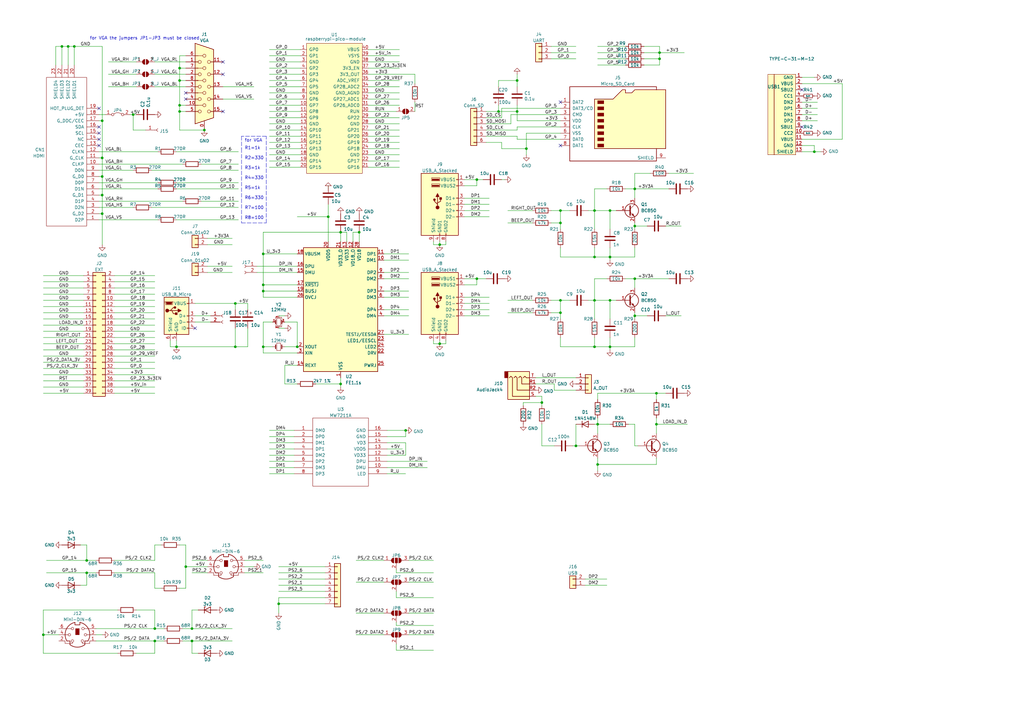
<source format=kicad_sch>
(kicad_sch (version 20211123) (generator eeschema)
  (paper "A3")
  (junction (at 73.66 45.72))
  (junction (at 334.01 62.23))
  (junction (at 121.92 142.24))
  (junction (at 73.66 33.02))
  (junction (at 229.87 123.19))
  (junction (at 250.19 86.36))
  (junction (at 229.87 91.44))
  (junction (at 269.24 173.99))
  (junction (at 35.56 234.95))
  (junction (at 250.19 105.41))
  (junction (at 139.7 157.48))
  (junction (at 107.95 119.38))
  (junction (at 73.66 27.94))
  (junction (at 76.2 232.41))
  (junction (at 215.9 60.96))
  (junction (at 63.5 257.81))
  (junction (at 96.52 124.46))
  (junction (at 147.32 95.25))
  (junction (at 96.52 142.24))
  (junction (at 250.19 123.19))
  (junction (at 78.74 262.89))
  (junction (at 25.4 19.05))
  (junction (at 30.48 19.05))
  (junction (at 41.91 80.01))
  (junction (at 78.74 257.81))
  (junction (at 195.58 73.66))
  (junction (at 17.78 260.35))
  (junction (at 229.87 128.27))
  (junction (at 180.34 140.97))
  (junction (at 114.3 247.65))
  (junction (at 41.91 49.53))
  (junction (at 270.51 21.59))
  (junction (at 107.95 142.24))
  (junction (at 73.66 43.18))
  (junction (at 72.39 142.24))
  (junction (at 212.09 45.72))
  (junction (at 35.56 229.87))
  (junction (at 204.47 45.72))
  (junction (at 270.51 24.13))
  (junction (at 195.58 114.3))
  (junction (at 139.7 95.25))
  (junction (at 212.09 33.02))
  (junction (at 260.35 92.71))
  (junction (at 243.84 105.41))
  (junction (at 27.94 19.05))
  (junction (at 222.25 165.1))
  (junction (at 243.84 142.24))
  (junction (at 260.35 129.54))
  (junction (at 41.91 72.39))
  (junction (at 250.19 142.24))
  (junction (at 41.91 64.77))
  (junction (at 83.82 53.34))
  (junction (at 63.5 262.89))
  (junction (at 107.95 116.84))
  (junction (at 245.11 173.99))
  (junction (at 269.24 161.29))
  (junction (at 134.62 88.9))
  (junction (at 236.22 182.88))
  (junction (at 245.11 190.5))
  (junction (at 260.35 77.47))
  (junction (at 54.61 46.99))
  (junction (at 107.95 104.14))
  (junction (at 260.35 114.3))
  (junction (at 243.84 123.19))
  (junction (at 166.37 176.53))
  (junction (at 41.91 87.63))
  (junction (at 180.34 100.33))
  (junction (at 229.87 86.36))
  (junction (at 243.84 86.36))
  (no_connect (at 80.01 134.62))
  (no_connect (at 328.93 52.07))
  (no_connect (at 328.93 36.83))
  (no_connect (at 76.2 38.1))
  (no_connect (at 76.2 40.64))
  (no_connect (at 91.44 45.72))
  (no_connect (at 91.44 30.48))
  (no_connect (at 91.44 25.4))
  (no_connect (at 40.64 57.15))
  (no_connect (at 40.64 59.69))
  (no_connect (at 40.64 44.45))
  (no_connect (at 40.64 52.07))
  (no_connect (at 40.64 54.61))
  (no_connect (at 229.87 59.69))
  (no_connect (at 229.87 41.91))
  (wire (pts (xy 229.87 123.19) (xy 233.68 123.19)))
  (wire (pts (xy 190.5 129.54) (xy 200.66 129.54)))
  (wire (pts (xy 208.28 123.19) (xy 218.44 123.19)))
  (wire (pts (xy 260.35 129.54) (xy 265.43 129.54)))
  (wire (pts (xy 229.87 86.36) (xy 229.87 91.44)))
  (wire (pts (xy 229.87 91.44) (xy 229.87 93.98)))
  (wire (pts (xy 116.84 142.24) (xy 121.92 142.24)))
  (wire (pts (xy 243.84 77.47) (xy 248.92 77.47)))
  (wire (pts (xy 195.58 73.66) (xy 198.12 73.66)))
  (wire (pts (xy 110.49 45.72) (xy 123.19 45.72)))
  (wire (pts (xy 105.41 111.76) (xy 121.92 111.76)))
  (wire (pts (xy 73.66 43.18) (xy 73.66 33.02)))
  (wire (pts (xy 270.51 26.67) (xy 264.16 26.67)))
  (wire (pts (xy 190.5 81.28) (xy 200.66 81.28)))
  (wire (pts (xy 162.56 255.27) (xy 162.56 256.54)))
  (wire (pts (xy 328.93 62.23) (xy 334.01 62.23)))
  (wire (pts (xy 80.01 129.54) (xy 86.36 129.54)))
  (wire (pts (xy 72.39 74.93) (xy 97.79 74.93)))
  (wire (pts (xy 62.23 85.09) (xy 97.79 85.09)))
  (wire (pts (xy 41.91 80.01) (xy 41.91 87.63)))
  (wire (pts (xy 199.39 58.42) (xy 205.74 58.42)))
  (wire (pts (xy 328.93 41.91) (xy 335.28 41.91)))
  (wire (pts (xy 180.34 99.06) (xy 180.34 100.33)))
  (wire (pts (xy 85.09 100.33) (xy 95.25 100.33)))
  (wire (pts (xy 46.99 153.67) (xy 63.5 153.67)))
  (wire (pts (xy 82.55 82.55) (xy 97.79 82.55)))
  (wire (pts (xy 214.63 166.37) (xy 214.63 165.1)))
  (wire (pts (xy 328.93 46.99) (xy 335.28 46.99)))
  (wire (pts (xy 63.5 267.97) (xy 55.88 267.97)))
  (wire (pts (xy 250.19 123.19) (xy 252.73 123.19)))
  (wire (pts (xy 245.11 190.5) (xy 245.11 187.96)))
  (wire (pts (xy 243.84 101.6) (xy 243.84 105.41)))
  (wire (pts (xy 166.37 181.61) (xy 158.75 181.61)))
  (wire (pts (xy 243.84 105.41) (xy 250.19 105.41)))
  (wire (pts (xy 39.37 229.87) (xy 35.56 229.87)))
  (wire (pts (xy 46.99 118.11) (xy 63.5 118.11)))
  (wire (pts (xy 53.34 46.99) (xy 54.61 46.99)))
  (wire (pts (xy 151.13 20.32) (xy 163.83 20.32)))
  (wire (pts (xy 63.5 262.89) (xy 67.31 262.89)))
  (wire (pts (xy 46.99 113.03) (xy 63.5 113.03)))
  (wire (pts (xy 250.19 86.36) (xy 250.19 93.98)))
  (wire (pts (xy 190.5 83.82) (xy 200.66 83.82)))
  (wire (pts (xy 17.78 130.81) (xy 34.29 130.81)))
  (wire (pts (xy 78.74 267.97) (xy 78.74 262.89)))
  (wire (pts (xy 110.49 68.58) (xy 123.19 68.58)))
  (wire (pts (xy 76.2 232.41) (xy 76.2 241.3)))
  (wire (pts (xy 157.48 127) (xy 167.64 127)))
  (wire (pts (xy 17.78 125.73) (xy 34.29 125.73)))
  (wire (pts (xy 83.82 53.34) (xy 73.66 53.34)))
  (wire (pts (xy 101.6 142.24) (xy 101.6 134.62)))
  (wire (pts (xy 69.85 139.7) (xy 69.85 142.24)))
  (wire (pts (xy 177.8 139.7) (xy 177.8 140.97)))
  (wire (pts (xy 167.64 229.87) (xy 177.8 229.87)))
  (wire (pts (xy 243.84 93.98) (xy 243.84 86.36)))
  (wire (pts (xy 110.49 191.77) (xy 120.65 191.77)))
  (wire (pts (xy 107.95 144.78) (xy 107.95 142.24)))
  (wire (pts (xy 139.7 95.25) (xy 107.95 95.25)))
  (wire (pts (xy 256.54 77.47) (xy 260.35 77.47)))
  (wire (pts (xy 107.95 121.92) (xy 121.92 121.92)))
  (wire (pts (xy 110.49 186.69) (xy 120.65 186.69)))
  (wire (pts (xy 110.49 50.8) (xy 123.19 50.8)))
  (wire (pts (xy 215.9 54.61) (xy 215.9 60.96)))
  (wire (pts (xy 151.13 43.18) (xy 163.83 43.18)))
  (wire (pts (xy 110.49 55.88) (xy 123.19 55.88)))
  (wire (pts (xy 260.35 128.27) (xy 260.35 129.54)))
  (wire (pts (xy 212.09 53.34) (xy 212.09 52.07)))
  (wire (pts (xy 147.32 95.25) (xy 147.32 99.06)))
  (wire (pts (xy 151.13 58.42) (xy 163.83 58.42)))
  (wire (pts (xy 100.33 234.95) (xy 107.95 234.95)))
  (wire (pts (xy 260.35 182.88) (xy 261.62 182.88)))
  (wire (pts (xy 212.09 55.88) (xy 199.39 55.88)))
  (wire (pts (xy 107.95 95.25) (xy 107.95 104.14)))
  (wire (pts (xy 40.64 85.09) (xy 54.61 85.09)))
  (wire (pts (xy 229.87 142.24) (xy 229.87 138.43)))
  (wire (pts (xy 190.5 127) (xy 200.66 127)))
  (wire (pts (xy 229.87 105.41) (xy 229.87 101.6)))
  (wire (pts (xy 245.11 24.13) (xy 256.54 24.13)))
  (wire (pts (xy 114.3 247.65) (xy 133.35 247.65)))
  (wire (pts (xy 95.25 111.76) (xy 85.09 111.76)))
  (wire (pts (xy 110.49 43.18) (xy 123.19 43.18)))
  (wire (pts (xy 157.48 137.16) (xy 167.64 137.16)))
  (wire (pts (xy 227.33 160.02) (xy 236.22 160.02)))
  (wire (pts (xy 41.91 19.05) (xy 30.48 19.05)))
  (wire (pts (xy 222.25 182.88) (xy 227.33 182.88)))
  (wire (pts (xy 46.99 143.51) (xy 63.5 143.51)))
  (wire (pts (xy 260.35 173.99) (xy 260.35 182.88)))
  (wire (pts (xy 167.64 251.46) (xy 177.8 251.46)))
  (wire (pts (xy 110.49 176.53) (xy 120.65 176.53)))
  (wire (pts (xy 73.66 33.02) (xy 76.2 33.02)))
  (wire (pts (xy 190.5 86.36) (xy 200.66 86.36)))
  (wire (pts (xy 17.78 143.51) (xy 34.29 143.51)))
  (wire (pts (xy 46.99 123.19) (xy 63.5 123.19)))
  (wire (pts (xy 208.28 128.27) (xy 218.44 128.27)))
  (wire (pts (xy 41.91 64.77) (xy 41.91 72.39)))
  (wire (pts (xy 41.91 72.39) (xy 41.91 80.01)))
  (wire (pts (xy 39.37 257.81) (xy 63.5 257.81)))
  (wire (pts (xy 46.99 125.73) (xy 63.5 125.73)))
  (wire (pts (xy 162.56 234.95) (xy 177.8 234.95)))
  (wire (pts (xy 256.54 114.3) (xy 260.35 114.3)))
  (wire (pts (xy 151.13 38.1) (xy 163.83 38.1)))
  (wire (pts (xy 243.84 86.36) (xy 250.19 86.36)))
  (wire (pts (xy 110.49 35.56) (xy 123.19 35.56)))
  (wire (pts (xy 162.56 242.57) (xy 162.56 245.11)))
  (wire (pts (xy 269.24 161.29) (xy 269.24 163.83)))
  (wire (pts (xy 151.13 33.02) (xy 163.83 33.02)))
  (wire (pts (xy 177.8 100.33) (xy 180.34 100.33)))
  (wire (pts (xy 110.49 63.5) (xy 123.19 63.5)))
  (wire (pts (xy 46.99 120.65) (xy 63.5 120.65)))
  (wire (pts (xy 250.19 142.24) (xy 250.19 138.43)))
  (wire (pts (xy 269.24 173.99) (xy 269.24 177.8)))
  (wire (pts (xy 151.13 48.26) (xy 163.83 48.26)))
  (wire (pts (xy 134.62 83.82) (xy 134.62 88.9)))
  (wire (pts (xy 63.5 25.4) (xy 76.2 25.4)))
  (wire (pts (xy 110.49 53.34) (xy 123.19 53.34)))
  (wire (pts (xy 44.45 35.56) (xy 55.88 35.56)))
  (wire (pts (xy 17.78 151.13) (xy 34.29 151.13)))
  (wire (pts (xy 269.24 171.45) (xy 269.24 173.99)))
  (wire (pts (xy 17.78 156.21) (xy 34.29 156.21)))
  (wire (pts (xy 107.95 104.14) (xy 121.92 104.14)))
  (wire (pts (xy 139.7 154.94) (xy 139.7 157.48)))
  (wire (pts (xy 274.32 71.12) (xy 284.48 71.12)))
  (wire (pts (xy 245.11 193.04) (xy 245.11 190.5)))
  (wire (pts (xy 260.35 77.47) (xy 260.35 81.28)))
  (wire (pts (xy 114.3 234.95) (xy 133.35 234.95)))
  (wire (pts (xy 73.66 223.52) (xy 76.2 223.52)))
  (wire (pts (xy 35.56 229.87) (xy 19.05 229.87)))
  (wire (pts (xy 134.62 76.2) (xy 134.62 77.47)))
  (wire (pts (xy 40.64 87.63) (xy 41.91 87.63)))
  (wire (pts (xy 250.19 142.24) (xy 250.19 143.51)))
  (wire (pts (xy 328.93 44.45) (xy 335.28 44.45)))
  (polyline (pts (xy 109.22 91.44) (xy 109.22 55.88)))
  (wire (pts (xy 212.09 45.72) (xy 204.47 45.72)))
  (wire (pts (xy 46.99 158.75) (xy 63.5 158.75)))
  (wire (pts (xy 40.64 62.23) (xy 64.77 62.23)))
  (wire (pts (xy 195.58 76.2) (xy 195.58 73.66)))
  (wire (pts (xy 78.74 229.87) (xy 85.09 229.87)))
  (wire (pts (xy 27.94 19.05) (xy 27.94 26.67)))
  (wire (pts (xy 30.48 19.05) (xy 30.48 26.67)))
  (wire (pts (xy 260.35 114.3) (xy 260.35 118.11)))
  (wire (pts (xy 260.35 92.71) (xy 260.35 93.98)))
  (wire (pts (xy 205.74 60.96) (xy 215.9 60.96)))
  (wire (pts (xy 229.87 123.19) (xy 229.87 128.27)))
  (wire (pts (xy 208.28 86.36) (xy 218.44 86.36)))
  (wire (pts (xy 17.78 148.59) (xy 34.29 148.59)))
  (wire (pts (xy 110.49 58.42) (xy 123.19 58.42)))
  (wire (pts (xy 17.78 158.75) (xy 34.29 158.75)))
  (wire (pts (xy 17.78 113.03) (xy 34.29 113.03)))
  (wire (pts (xy 222.25 173.99) (xy 222.25 182.88)))
  (wire (pts (xy 144.78 99.06) (xy 144.78 95.25)))
  (wire (pts (xy 260.35 129.54) (xy 260.35 130.81)))
  (wire (pts (xy 17.78 118.11) (xy 34.29 118.11)))
  (wire (pts (xy 17.78 260.35) (xy 24.13 260.35)))
  (wire (pts (xy 121.92 88.9) (xy 134.62 88.9)))
  (wire (pts (xy 166.37 176.53) (xy 158.75 176.53)))
  (wire (pts (xy 46.99 140.97) (xy 63.5 140.97)))
  (wire (pts (xy 80.01 132.08) (xy 86.36 132.08)))
  (wire (pts (xy 243.84 130.81) (xy 243.84 123.19)))
  (wire (pts (xy 17.78 153.67) (xy 34.29 153.67)))
  (wire (pts (xy 110.49 48.26) (xy 123.19 48.26)))
  (wire (pts (xy 46.99 161.29) (xy 63.5 161.29)))
  (wire (pts (xy 334.01 62.23) (xy 336.55 62.23)))
  (wire (pts (xy 260.35 138.43) (xy 260.35 142.24)))
  (wire (pts (xy 204.47 45.72) (xy 199.39 45.72)))
  (wire (pts (xy 222.25 166.37) (xy 222.25 165.1)))
  (wire (pts (xy 260.35 92.71) (xy 265.43 92.71)))
  (wire (pts (xy 114.3 237.49) (xy 133.35 237.49)))
  (wire (pts (xy 114.3 240.03) (xy 133.35 240.03)))
  (wire (pts (xy 25.4 19.05) (xy 25.4 26.67)))
  (wire (pts (xy 264.16 21.59) (xy 270.51 21.59)))
  (wire (pts (xy 212.09 49.53) (xy 212.09 45.72)))
  (wire (pts (xy 134.62 88.9) (xy 134.62 99.06)))
  (wire (pts (xy 17.78 135.89) (xy 34.29 135.89)))
  (wire (pts (xy 62.23 69.85) (xy 97.79 69.85)))
  (wire (pts (xy 245.11 163.83) (xy 245.11 161.29)))
  (wire (pts (xy 250.19 105.41) (xy 250.19 106.68)))
  (wire (pts (xy 151.13 25.4) (xy 163.83 25.4)))
  (wire (pts (xy 151.13 35.56) (xy 163.83 35.56)))
  (wire (pts (xy 72.39 90.17) (xy 97.79 90.17)))
  (wire (pts (xy 111.76 132.08) (xy 107.95 132.08)))
  (wire (pts (xy 100.33 232.41) (xy 104.14 232.41)))
  (wire (pts (xy 243.84 105.41) (xy 229.87 105.41)))
  (wire (pts (xy 121.92 157.48) (xy 116.84 157.48)))
  (wire (pts (xy 76.2 232.41) (xy 85.09 232.41)))
  (wire (pts (xy 19.05 234.95) (xy 35.56 234.95)))
  (wire (pts (xy 40.64 72.39) (xy 41.91 72.39)))
  (wire (pts (xy 243.84 123.19) (xy 250.19 123.19)))
  (wire (pts (xy 260.35 77.47) (xy 274.32 77.47)))
  (wire (pts (xy 96.52 142.24) (xy 101.6 142.24)))
  (wire (pts (xy 69.85 142.24) (xy 72.39 142.24)))
  (wire (pts (xy 40.64 82.55) (xy 74.93 82.55)))
  (wire (pts (xy 40.64 90.17) (xy 64.77 90.17)))
  (wire (pts (xy 215.9 60.96) (xy 215.9 63.5)))
  (wire (pts (xy 17.78 123.19) (xy 34.29 123.19)))
  (wire (pts (xy 195.58 73.66) (xy 190.5 73.66)))
  (wire (pts (xy 46.99 115.57) (xy 63.5 115.57)))
  (wire (pts (xy 209.55 46.99) (xy 229.87 46.99)))
  (wire (pts (xy 226.06 24.13) (xy 236.22 24.13)))
  (wire (pts (xy 250.19 123.19) (xy 250.19 130.81)))
  (wire (pts (xy 205.74 44.45) (xy 229.87 44.45)))
  (wire (pts (xy 39.37 260.35) (xy 41.91 260.35)))
  (polyline (pts (xy 99.06 91.44) (xy 109.22 91.44)))
  (wire (pts (xy 345.44 34.29) (xy 345.44 57.15)))
  (wire (pts (xy 195.58 114.3) (xy 190.5 114.3)))
  (wire (pts (xy 151.13 63.5) (xy 163.83 63.5)))
  (wire (pts (xy 264.16 24.13) (xy 270.51 24.13)))
  (wire (pts (xy 260.35 71.12) (xy 260.35 77.47)))
  (wire (pts (xy 63.5 241.3) (xy 63.5 234.95)))
  (wire (pts (xy 25.4 19.05) (xy 22.86 19.05)))
  (wire (pts (xy 46.99 135.89) (xy 63.5 135.89)))
  (wire (pts (xy 195.58 116.84) (xy 195.58 114.3)))
  (wire (pts (xy 17.78 267.97) (xy 17.78 260.35)))
  (wire (pts (xy 78.74 234.95) (xy 85.09 234.95)))
  (wire (pts (xy 63.5 257.81) (xy 67.31 257.81)))
  (wire (pts (xy 219.71 157.48) (xy 227.33 157.48)))
  (wire (pts (xy 151.13 45.72) (xy 162.56 45.72)))
  (wire (pts (xy 74.93 257.81) (xy 78.74 257.81)))
  (wire (pts (xy 40.64 67.31) (xy 74.93 67.31)))
  (wire (pts (xy 229.87 86.36) (xy 233.68 86.36)))
  (wire (pts (xy 208.28 91.44) (xy 218.44 91.44)))
  (wire (pts (xy 270.51 24.13) (xy 270.51 26.67)))
  (wire (pts (xy 46.99 133.35) (xy 63.5 133.35)))
  (wire (pts (xy 151.13 55.88) (xy 163.83 55.88)))
  (wire (pts (xy 227.33 157.48) (xy 227.33 160.02)))
  (wire (pts (xy 158.75 186.69) (xy 166.37 186.69)))
  (wire (pts (xy 245.11 21.59) (xy 256.54 21.59)))
  (wire (pts (xy 260.35 101.6) (xy 260.35 105.41)))
  (wire (pts (xy 82.55 67.31) (xy 97.79 67.31)))
  (wire (pts (xy 73.66 43.18) (xy 76.2 43.18)))
  (wire (pts (xy 110.49 66.04) (xy 123.19 66.04)))
  (wire (pts (xy 46.99 146.05) (xy 63.5 146.05)))
  (wire (pts (xy 114.3 232.41) (xy 133.35 232.41)))
  (wire (pts (xy 229.87 128.27) (xy 229.87 130.81)))
  (wire (pts (xy 195.58 114.3) (xy 199.39 114.3)))
  (wire (pts (xy 40.64 77.47) (xy 64.77 77.47)))
  (wire (pts (xy 17.78 146.05) (xy 34.29 146.05)))
  (wire (pts (xy 101.6 124.46) (xy 101.6 127)))
  (wire (pts (xy 35.56 234.95) (xy 39.37 234.95)))
  (wire (pts (xy 190.5 116.84) (xy 195.58 116.84)))
  (wire (pts (xy 190.5 121.92) (xy 200.66 121.92)))
  (polyline (pts (xy 99.06 55.88) (xy 99.06 60.96)))
  (wire (pts (xy 74.93 262.89) (xy 78.74 262.89)))
  (wire (pts (xy 250.19 105.41) (xy 250.19 101.6)))
  (wire (pts (xy 243.84 114.3) (xy 248.92 114.3)))
  (wire (pts (xy 40.64 80.01) (xy 41.91 80.01)))
  (wire (pts (xy 76.2 241.3) (xy 73.66 241.3)))
  (wire (pts (xy 39.37 262.89) (xy 63.5 262.89)))
  (wire (pts (xy 76.2 223.52) (xy 76.2 232.41)))
  (wire (pts (xy 177.8 140.97) (xy 180.34 140.97)))
  (wire (pts (xy 139.7 157.48) (xy 139.7 158.75)))
  (wire (pts (xy 40.64 69.85) (xy 54.61 69.85)))
  (wire (pts (xy 17.78 140.97) (xy 34.29 140.97)))
  (wire (pts (xy 107.95 119.38) (xy 121.92 119.38)))
  (wire (pts (xy 17.78 250.19) (xy 17.78 260.35)))
  (wire (pts (xy 40.64 74.93) (xy 64.77 74.93)))
  (wire (pts (xy 107.95 116.84) (xy 121.92 116.84)))
  (wire (pts (xy 40.64 49.53) (xy 41.91 49.53)))
  (wire (pts (xy 17.78 133.35) (xy 34.29 133.35)))
  (wire (pts (xy 35.56 223.52) (xy 35.56 229.87)))
  (wire (pts (xy 54.61 53.34) (xy 54.61 46.99)))
  (wire (pts (xy 72.39 77.47) (xy 97.79 77.47)))
  (wire (pts (xy 199.39 48.26) (xy 205.74 48.26)))
  (wire (pts (xy 243.84 86.36) (xy 243.84 77.47)))
  (wire (pts (xy 260.35 105.41) (xy 250.19 105.41)))
  (wire (pts (xy 91.44 40.64) (xy 104.14 40.64)))
  (polyline (pts (xy 99.06 60.96) (xy 99.06 91.44)))
  (wire (pts (xy 41.91 64.77) (xy 41.91 49.53)))
  (wire (pts (xy 182.88 140.97) (xy 182.88 139.7)))
  (wire (pts (xy 46.99 156.21) (xy 63.5 156.21)))
  (wire (pts (xy 245.11 171.45) (xy 245.11 173.99)))
  (wire (pts (xy 204.47 33.02) (xy 212.09 33.02)))
  (wire (pts (xy 158.75 194.31) (xy 166.37 194.31)))
  (wire (pts (xy 180.34 140.97) (xy 182.88 140.97)))
  (wire (pts (xy 236.22 182.88) (xy 237.49 182.88)))
  (wire (pts (xy 96.52 124.46) (xy 101.6 124.46)))
  (wire (pts (xy 334.01 59.69) (xy 334.01 62.23)))
  (wire (pts (xy 151.13 68.58) (xy 163.83 68.58)))
  (wire (pts (xy 17.78 120.65) (xy 34.29 120.65)))
  (wire (pts (xy 116.84 132.08) (xy 121.92 132.08)))
  (wire (pts (xy 116.84 157.48) (xy 116.84 149.86)))
  (wire (pts (xy 151.13 53.34) (xy 163.83 53.34)))
  (wire (pts (xy 157.48 129.54) (xy 167.64 129.54)))
  (wire (pts (xy 162.56 233.68) (xy 162.56 234.95)))
  (wire (pts (xy 91.44 35.56) (xy 104.14 35.56)))
  (wire (pts (xy 205.74 48.26) (xy 205.74 44.45)))
  (wire (pts (xy 158.75 184.15) (xy 165.1 184.15)))
  (wire (pts (xy 182.88 100.33) (xy 182.88 99.06)))
  (wire (pts (xy 190.5 124.46) (xy 200.66 124.46)))
  (wire (pts (xy 80.01 124.46) (xy 96.52 124.46)))
  (wire (pts (xy 158.75 179.07) (xy 166.37 179.07)))
  (wire (pts (xy 269.24 161.29) (xy 273.05 161.29)))
  (wire (pts (xy 245.11 26.67) (xy 256.54 26.67)))
  (wire (pts (xy 73.66 33.02) (xy 73.66 27.94)))
  (wire (pts (xy 260.35 142.24) (xy 250.19 142.24)))
  (wire (pts (xy 96.52 134.62) (xy 96.52 142.24)))
  (wire (pts (xy 73.66 27.94) (xy 73.66 22.86)))
  (wire (pts (xy 180.34 139.7) (xy 180.34 140.97)))
  (wire (pts (xy 63.5 35.56) (xy 76.2 35.56)))
  (wire (pts (xy 214.63 165.1) (xy 222.25 165.1)))
  (wire (pts (xy 46.99 151.13) (xy 63.5 151.13)))
  (wire (pts (xy 151.13 27.94) (xy 163.83 27.94)))
  (wire (pts (xy 114.3 245.11) (xy 114.3 247.65)))
  (wire (pts (xy 40.64 46.99) (xy 43.18 46.99)))
  (wire (pts (xy 129.54 157.48) (xy 139.7 157.48)))
  (wire (pts (xy 328.93 34.29) (xy 345.44 34.29)))
  (wire (pts (xy 222.25 165.1) (xy 222.25 162.56)))
  (wire (pts (xy 345.44 57.15) (xy 328.93 57.15)))
  (wire (pts (xy 107.95 132.08) (xy 107.95 142.24)))
  (wire (pts (xy 54.61 46.99) (xy 55.88 46.99)))
  (wire (pts (xy 114.3 134.62) (xy 116.84 134.62)))
  (wire (pts (xy 17.78 138.43) (xy 34.29 138.43)))
  (wire (pts (xy 110.49 40.64) (xy 123.19 40.64)))
  (wire (pts (xy 110.49 33.02) (xy 123.19 33.02)))
  (wire (pts (xy 100.33 229.87) (xy 107.95 229.87)))
  (wire (pts (xy 107.95 116.84) (xy 107.95 119.38)))
  (wire (pts (xy 212.09 30.48) (xy 212.09 33.02)))
  (wire (pts (xy 212.09 57.15) (xy 229.87 57.15)))
  (wire (pts (xy 245.11 173.99) (xy 250.19 173.99)))
  (wire (pts (xy 269.24 173.99) (xy 281.94 173.99)))
  (wire (pts (xy 226.06 86.36) (xy 229.87 86.36)))
  (wire (pts (xy 144.78 95.25) (xy 147.32 95.25)))
  (wire (pts (xy 107.95 104.14) (xy 107.95 116.84)))
  (wire (pts (xy 44.45 30.48) (xy 55.88 30.48)))
  (wire (pts (xy 63.5 262.89) (xy 63.5 267.97)))
  (wire (pts (xy 245.11 161.29) (xy 269.24 161.29)))
  (wire (pts (xy 151.13 22.86) (xy 163.83 22.86)))
  (wire (pts (xy 46.99 234.95) (xy 63.5 234.95)))
  (wire (pts (xy 72.39 142.24) (xy 96.52 142.24)))
  (wire (pts (xy 78.74 250.19) (xy 78.74 257.81)))
  (wire (pts (xy 110.49 184.15) (xy 120.65 184.15)))
  (wire (pts (xy 139.7 95.25) (xy 139.7 99.06)))
  (wire (pts (xy 199.39 50.8) (xy 209.55 50.8)))
  (wire (pts (xy 273.05 129.54) (xy 279.4 129.54)))
  (wire (pts (xy 162.56 245.11) (xy 177.8 245.11)))
  (wire (pts (xy 110.49 25.4) (xy 123.19 25.4)))
  (wire (pts (xy 78.74 262.89) (xy 95.25 262.89)))
  (wire (pts (xy 73.66 22.86) (xy 76.2 22.86)))
  (wire (pts (xy 95.25 109.22) (xy 85.09 109.22)))
  (wire (pts (xy 257.81 173.99) (xy 260.35 173.99)))
  (wire (pts (xy 72.39 62.23) (xy 97.79 62.23)))
  (wire (pts (xy 110.49 181.61) (xy 120.65 181.61)))
  (wire (pts (xy 146.05 229.87) (xy 157.48 229.87)))
  (wire (pts (xy 41.91 19.05) (xy 41.91 49.53)))
  (wire (pts (xy 110.49 22.86) (xy 123.19 22.86)))
  (wire (pts (xy 264.16 19.05) (xy 270.51 19.05)))
  (wire (pts (xy 167.64 238.76) (xy 177.8 238.76)))
  (wire (pts (xy 241.3 86.36) (xy 243.84 86.36)))
  (wire (pts (xy 158.75 189.23) (xy 175.26 189.23)))
  (wire (pts (xy 33.02 223.52) (xy 35.56 223.52)))
  (wire (pts (xy 166.37 179.07) (xy 166.37 176.53)))
  (wire (pts (xy 212.09 52.07) (xy 229.87 52.07)))
  (wire (pts (xy 121.92 132.08) (xy 121.92 142.24)))
  (wire (pts (xy 63.5 229.87) (xy 63.5 223.52)))
  (wire (pts (xy 243.84 142.24) (xy 229.87 142.24)))
  (wire (pts (xy 151.13 30.48) (xy 170.18 30.48)))
  (wire (pts (xy 114.3 245.11) (xy 133.35 245.11)))
  (wire (pts (xy 157.48 121.92) (xy 167.64 121.92)))
  (wire (pts (xy 35.56 234.95) (xy 35.56 240.03)))
  (wire (pts (xy 48.26 267.97) (xy 17.78 267.97)))
  (wire (pts (xy 166.37 186.69) (xy 166.37 181.61)))
  (wire (pts (xy 63.5 241.3) (xy 66.04 241.3)))
  (wire (pts (xy 114.3 129.54) (xy 116.84 129.54)))
  (wire (pts (xy 212.09 33.02) (xy 212.09 35.56)))
  (wire (pts (xy 157.48 119.38) (xy 167.64 119.38)))
  (wire (pts (xy 245.11 173.99) (xy 245.11 177.8)))
  (wire (pts (xy 46.99 128.27) (xy 63.5 128.27)))
  (wire (pts (xy 260.35 91.44) (xy 260.35 92.71)))
  (wire (pts (xy 328.93 59.69) (xy 334.01 59.69)))
  (wire (pts (xy 177.8 99.06) (xy 177.8 100.33)))
  (wire (pts (xy 81.28 250.19) (xy 78.74 250.19)))
  (wire (pts (xy 46.99 138.43) (xy 63.5 138.43)))
  (wire (pts (xy 151.13 40.64) (xy 163.83 40.64)))
  (wire (pts (xy 245.11 190.5) (xy 269.24 190.5)))
  (wire (pts (xy 245.11 19.05) (xy 256.54 19.05)))
  (wire (pts (xy 236.22 173.99) (xy 236.22 182.88)))
  (wire (pts (xy 226.06 128.27) (xy 229.87 128.27)))
  (wire (pts (xy 63.5 30.48) (xy 76.2 30.48)))
  (wire (pts (xy 226.06 21.59) (xy 236.22 21.59)))
  (wire (pts (xy 243.84 138.43) (xy 243.84 142.24)))
  (wire (pts (xy 204.47 43.18) (xy 204.47 45.72)))
  (wire (pts (xy 180.34 100.33) (xy 182.88 100.33)))
  (wire (pts (xy 212.09 49.53) (xy 229.87 49.53)))
  (wire (pts (xy 17.78 161.29) (xy 34.29 161.29)))
  (wire (pts (xy 190.5 88.9) (xy 200.66 88.9)))
  (wire (pts (xy 151.13 50.8) (xy 163.83 50.8)))
  (wire (pts (xy 142.24 99.06) (xy 142.24 95.25)))
  (wire (pts (xy 212.09 57.15) (xy 212.09 55.88)))
  (wire (pts (xy 110.49 179.07) (xy 120.65 179.07)))
  (wire (pts (xy 157.48 104.14) (xy 167.64 104.14)))
  (wire (pts (xy 107.95 142.24) (xy 111.76 142.24)))
  (wire (pts (xy 250.19 86.36) (xy 252.73 86.36)))
  (wire (pts (xy 107.95 119.38) (xy 107.95 121.92)))
  (wire (pts (xy 110.49 38.1) (xy 123.19 38.1)))
  (wire (pts (xy 209.55 50.8) (xy 209.55 46.99)))
  (wire (pts (xy 110.49 194.31) (xy 120.65 194.31)))
  (wire (pts (xy 30.48 19.05) (xy 27.94 19.05)))
  (wire (pts (xy 158.75 191.77) (xy 175.26 191.77)))
  (wire (pts (xy 46.99 229.87) (xy 63.5 229.87)))
  (wire (pts (xy 151.13 60.96) (xy 163.83 60.96)))
  (wire (pts (xy 17.78 128.27) (xy 34.29 128.27)))
  (wire (pts (xy 240.03 240.03) (xy 248.92 240.03)))
  (wire (pts (xy 199.39 53.34) (xy 212.09 53.34)))
  (wire (pts (xy 241.3 123.19) (xy 243.84 123.19)))
  (wire (pts (xy 270.51 19.05) (xy 270.51 21.59)))
  (wire (pts (xy 63.5 223.52) (xy 66.04 223.52)))
  (wire (pts (xy 72.39 142.24) (xy 72.39 139.7)))
  (wire (pts (xy 146.05 251.46) (xy 157.48 251.46)))
  (wire (pts (xy 22.86 19.05) (xy 22.86 26.67)))
  (wire (pts (xy 73.66 53.34) (xy 73.66 45.72)))
  (wire (pts (xy 114.3 247.65) (xy 114.3 251.46)))
  (wire (pts (xy 96.52 127) (xy 96.52 124.46)))
  (wire (pts (xy 226.06 123.19) (xy 229.87 123.19)))
  (wire (pts (xy 55.88 250.19) (xy 63.5 250.19)))
  (wire (pts (xy 215.9 54.61) (xy 229.87 54.61)))
  (wire (pts (xy 46.99 130.81) (xy 63.5 130.81)))
  (wire (pts (xy 219.71 154.94) (xy 236.22 154.94)))
  (wire (pts (xy 162.56 264.16) (xy 162.56 266.7)))
  (wire (pts (xy 236.22 182.88) (xy 234.95 182.88)))
  (wire (pts (xy 116.84 149.86) (xy 121.92 149.86)))
  (wire (pts (xy 157.48 114.3) (xy 167.64 114.3)))
  (wire (pts (xy 226.06 19.05) (xy 236.22 19.05)))
  (wire (pts (xy 110.49 27.94) (xy 123.19 27.94)))
  (wire (pts (xy 204.47 35.56) (xy 204.47 33.02)))
  (wire (pts (xy 105.41 109.22) (xy 121.92 109.22)))
  (wire (pts (xy 205.74 73.66) (xy 207.01 73.66)))
  (wire (pts (xy 212.09 43.18) (xy 212.09 45.72)))
  (wire (pts (xy 273.05 92.71) (xy 279.4 92.71)))
  (wire (pts (xy 41.91 87.63) (xy 41.91 100.33)))
  (wire (pts (xy 121.92 144.78) (xy 107.95 144.78)))
  (wire (pts (xy 170.18 41.91) (xy 170.18 45.72)))
  (wire (pts (xy 167.64 260.35) (xy 177.8 260.35)))
  (wire (pts (xy 73.66 45.72) (xy 73.66 43.18)))
  (wire (pts (xy 40.64 64.77) (xy 41.91 64.77)))
  (wire (pts (xy 63.5 250.19) (xy 63.5 257.81)))
  (wire (pts (xy 243.84 142.24) (xy 250.19 142.24)))
  (wire (pts (xy 35.56 240.03) (xy 33.02 240.03)))
  (wire (pts (xy 78.74 257.81) (xy 95.25 257.81)))
  (wire (pts (xy 266.7 71.12) (xy 260.35 71.12)))
  (wire (pts (xy 110.49 20.32) (xy 123.19 20.32)))
  (wire (pts (xy 157.48 111.76) (xy 167.64 111.76)))
  (wire (pts (xy 146.05 238.76) (xy 157.48 238.76)))
  (wire (pts (xy 114.3 242.57) (xy 133.35 242.57)))
  (wire (pts (xy 146.05 260.35) (xy 157.48 260.35)))
  (wire (pts (xy 270.51 21.59) (xy 270.51 24.13)))
  (wire (pts (xy 240.03 237.49) (xy 248.92 237.49)))
  (wire (pts (xy 151.13 66.04) (xy 163.83 66.04)))
  (wire (pts (xy 59.69 53.34) (xy 54.61 53.34)))
  (wire (pts (xy 48.26 250.19) (xy 17.78 250.19)))
  (polyline (pts (xy 109.22 55.88) (xy 99.06 55.88)))
  (wire (pts (xy 222.25 162.56) (xy 219.71 162.56)))
  (wire (pts (xy 162.56 256.54) (xy 177.8 256.54)))
  (wire (pts (xy 205.74 58.42) (xy 205.74 60.96)))
  (wire (pts (xy 27.94 19.05) (xy 25.4 19.05)))
  (wire (pts (xy 85.09 97.79) (xy 95.25 97.79)))
  (wire (pts (xy 269.24 190.5) (xy 269.24 187.96)))
  (wire (pts (xy 270.51 21.59) (xy 280.67 21.59)))
  (wire (pts (xy 226.06 91.44) (xy 229.87 91.44)))
  (wire (pts (xy 260.35 114.3) (xy 274.32 114.3)))
  (wire (pts (xy 46.99 148.59) (xy 63.5 148.59)))
  (wire (pts (xy 328.93 31.75) (xy 334.01 31.75)))
  (wire (pts (xy 73.66 27.94) (xy 76.2 27.94)))
  (wire (pts (xy 110.49 189.23) (xy 120.65 189.23)))
  (wire (pts (xy 110.49 30.48) (xy 123.19 30.48)))
  (wire (pts (xy 157.48 106.68) (xy 167.64 106.68)))
  (wire (pts (xy 110.49 60.96) (xy 123.19 60.96)))
  (wire (pts (xy 170.18 30.48) (xy 170.18 34.29)))
  (wire (pts (xy 17.78 115.57) (xy 34.29 115.57)))
  (wire (pts (xy 142.24 95.25) (xy 139.7 95.25)))
  (wire (pts (xy 328.93 49.53) (xy 335.28 49.53)))
  (wire (pts (xy 162.56 266.7) (xy 177.8 266.7)))
  (wire (pts (xy 190.5 76.2) (xy 195.58 76.2)))
  (wire (pts (xy 243.84 123.19) (xy 243.84 114.3)))
  (wire (pts (xy 73.66 45.72) (xy 76.2 45.72)))
  (wire (pts (xy 81.28 267.97) (xy 78.74 267.97)))
  (wire (pts (xy 44.45 25.4) (xy 55.88 25.4)))
  (wire (pts (xy 243.84 173.99) (xy 245.11 173.99)))
  (text "for VGA" (at 100.33 58.42 0) (effects (font (size 1.27 1.27)) (justify left bottom)))
  (text "for VGA the jumpers JP1-JP3 must be closed" (at 36.83 16.51 0) (effects (font (size 1.27 1.27)) (justify left bottom)))
  (text "R1=1k\n\nR2=330\n\nR3=1k\n\nR4=330\n\nR5=1k\n\nR6=330\n\nR7=100\n\nR8=100" (at 100.33 90.17 0) (effects (font (size 1.27 1.27)) (justify left bottom)))
  (label "GND" (at 228.6 19.05 0))
  (label "PS2_5" (at 118.11 242.57 0))
  (label "GP_20" (at 153.67 55.88 0))
  (label "GND" (at 24.13 115.57 0))
  (label "PS2_1" (at 163.83 266.7 0))
  (label "LEFT_OUT" (at 22.86 140.97 0))
  (label "GP_3" (at 248.92 21.59 0))
  (label "+5V_in" (at 153.67 22.86 0))
  (label "GP_22" (at 153.67 48.26 0))
  (label "GP_0" (at 53.345 151.13 0))
  (label "L_OUT" (at 273.05 129.54 0))
  (label "DM1" (at 113.03 191.77 0))
  (label "+3V3A" (at 261.62 77.47 0))
  (label "+5V" (at 24.13 161.29 0))
  (label "VGA_HS" (at 43.18 85.09 0))
  (label "DM1" (at 193.04 83.82 0))
  (label "R_OUT" (at 273.05 92.71 0))
  (label "DP2" (at 241.3 237.49 0))
  (label "GP_22" (at 53.34 133.35 0))
  (label "PS{slash}2_DATA_3V" (at 80.01 262.89 0))
  (label "DM4" (at 113.03 176.53 0))
  (label "GP_13" (at 90.17 90.17 0))
  (label "GP_7" (at 113.03 43.18 0))
  (label "PS{slash}2 DATA" (at 167.64 260.35 0))
  (label "R_U" (at 160.02 194.31 0))
  (label "+3V3" (at 273.05 21.59 0))
  (label "GP_23_3v3EN" (at 53.34 156.21 0))
  (label "GND" (at 24.13 120.65 0))
  (label "U_3v3" (at 160.02 186.69 0))
  (label "GP_28" (at 153.67 35.56 0))
  (label "DP2" (at 113.03 189.23 0))
  (label "RIGHT_OUT" (at 22.86 138.43 0))
  (label "GP_12" (at 90.17 85.09 0))
  (label "GP_13" (at 113.03 60.96 0))
  (label "GND" (at 24.13 130.81 0))
  (label "GP_2" (at 113.03 27.94 0))
  (label "DM1" (at 160.02 106.68 0))
  (label "SD_MISO" (at 199.39 55.88 0))
  (label "+5V" (at 153.67 20.32 0))
  (label "GND" (at 24.13 128.27 0))
  (label "GP_17" (at 153.67 66.04 0))
  (label "GND" (at 53.34 135.89 0))
  (label "GP_29_VREF" (at 53.34 146.05 0))
  (label "GP_0" (at 228.6 24.13 0))
  (label "GP_9" (at 113.03 48.26 0))
  (label "GP_14" (at 25.4 229.87 0))
  (label "GP_14" (at 113.03 66.04 0))
  (label "GP_8" (at 113.03 45.72 0))
  (label "PS{slash}2 DATA2" (at 63.5 234.95 180))
  (label "GP_1" (at 228.6 21.59 0))
  (label "RIGHT_OUT" (at 209.55 86.36 0))
  (label "GP_23_3v3EN" (at 153.67 27.94 0))
  (label "GND" (at 113.03 25.4 0))
  (label "VGA_GL" (at 43.18 69.85 0))
  (label "GP_27" (at 153.67 40.64 0))
  (label "D-" (at 330.2 46.99 0))
  (label "GP_9" (at 90.17 74.93 0))
  (label "GP_11" (at 90.17 82.55 0))
  (label "RST" (at 170.18 44.45 0))
  (label "+5V" (at 53.34 46.99 0))
  (label "D-" (at 82.6475 132.08 0))
  (label "+5V" (at 88.9 109.22 0))
  (label "PS2_5" (at 163.83 245.11 0))
  (label "PS2_6" (at 163.83 234.95 0))
  (label "R_U" (at 116.84 149.86 0))
  (label "GP_5" (at 113.03 35.56 0))
  (label "GND" (at 153.67 25.4 0))
  (label "GP_19" (at 153.67 58.42 0))
  (label "GND" (at 24.13 135.89 0))
  (label "D+" (at 330.2 44.45 0))
  (label "VGA_VS" (at 43.18 90.17 0))
  (label "GND" (at 153.67 38.1 0))
  (label "+3V3" (at 53.34 153.67 0))
  (label "DP_IN" (at 114.3 109.22 0))
  (label "D+" (at 330.2 49.53 0))
  (label "DM3" (at 113.03 181.61 0))
  (label "PS2_5" (at 101.6 229.87 0))
  (label "GND" (at 24.13 153.67 0))
  (label "VGA_RH" (at 43.18 82.55 0))
  (label "+5V" (at 125.73 88.9 0))
  (label "BEEP_OUT" (at 209.55 128.27 0))
  (label "DP4" (at 160.02 127 0))
  (label "PS2_6" (at 78.74 229.87 0))
  (label "GND" (at 24.13 146.05 0))
  (label "+5V" (at 97.79 124.46 0))
  (label "+5V" (at 160.02 184.15 0))
  (label "GND" (at 33.02 19.05 0))
  (label "VGA_VS" (at 96.52 40.64 0))
  (label "GP_1" (at 113.03 22.86 0))
  (label "DP2" (at 160.02 111.76 0))
  (label "SD_CLK" (at 199.39 53.34 0))
  (label "U_3v3" (at 160.02 137.16 0))
  (label "+3V3" (at 153.67 30.48 0))
  (label "VGA_GH" (at 43.18 74.93 0))
  (label "+3V3A" (at 254 161.29 0))
  (label "PS{slash}2 CLK" (at 167.64 229.87 0))
  (label "GP_29_VREF" (at 153.67 33.02 0))
  (label "GP_14" (at 53.34 113.03 0))
  (label "GND" (at 91.44 111.76 180))
  (label "D-" (at 330.2 41.91 0))
  (label "PS{slash}2 CLK2" (at 157.48 238.76 180))
  (label "DP3" (at 113.03 184.15 0))
  (label "PS{slash}2 DATA" (at 167.64 251.46 0))
  (label "DM_IN" (at 167.64 191.77 0))
  (label "GP_0" (at 113.03 20.32 0))
  (label "PS2_2" (at 118.11 237.49 0))
  (label "GP_15" (at 53.34 115.57 0))
  (label "GP_21" (at 53.34 130.81 0))
  (label "GND" (at 153.67 50.8 0))
  (label "GP_12" (at 113.03 58.42 0))
  (label "GP_18" (at 153.67 60.96 0))
  (label "GP_6" (at 113.03 40.64 0))
  (label "GND" (at 24.13 118.11 0))
  (label "GP_6" (at 90.17 62.23 0))
  (label "DM4" (at 160.02 129.54 0))
  (label "GP_27" (at 53.34 140.97 0))
  (label "PS{slash}2 CLK2" (at 62.23 229.87 180))
  (label "PS{slash}2 DATA2" (at 157.48 260.35 180))
  (label "GP_5" (at 248.92 26.67 0))
  (label "GP_21" (at 153.67 53.34 0))
  (label "DM2" (at 193.04 88.9 0))
  (label "VGA_BH" (at 45.72 35.56 0))
  (label "VGA_RH" (at 45.72 25.4 0))
  (label "PS{slash}2_DATA_3V" (at 19.05 148.59 0))
  (label "GP_2" (at 223.52 52.07 0))
  (label "GND" (at 153.67 63.5 0))
  (label "VGA_GH" (at 45.72 30.48 0))
  (label "PS2_2" (at 78.74 234.95 0))
  (label "VGA_BH" (at 43.18 67.31 0))
  (label "GND" (at 113.03 38.1 0))
  (label "+5V" (at 190.5 114.3 0))
  (label "GP_10" (at 113.03 53.34 0))
  (label "VGA_BL" (at 66.04 35.56 0))
  (label "RST" (at 24.13 156.21 0))
  (label "GP_26" (at 53.34 138.43 0))
  (label "VGA_RL" (at 66.04 25.4 0))
  (label "PS{slash}2 CLK" (at 167.64 238.76 0))
  (label "PS{slash}2 CLK2" (at 157.48 229.87 180))
  (label "GND" (at 113.03 50.8 0))
  (label "DP3" (at 160.02 119.38 0))
  (label "GND" (at 113.03 63.5 0))
  (label "+5V_in" (at 53.34 158.75 0))
  (label "BEEP_OUT" (at 209.55 91.44 0))
  (label "PS{slash}2 CLK" (at 50.8 257.81 0))
  (label "GP_8" (at 90.17 69.85 0))
  (label "GP_5" (at 223.52 44.45 0))
  (label "DP1" (at 193.04 81.28 0))
  (label "U_3v3" (at 109.22 104.14 0))
  (label "R_OUT" (at 222.25 157.48 0))
  (label "PS{slash}2 DATA" (at 50.8 262.89 0))
  (label "GND" (at 24.13 158.75 0))
  (label "+3V3" (at 276.86 71.12 0))
  (label "GP_4" (at 223.52 57.15 0))
  (label "GND" (at 24.13 123.19 0))
  (label "GP_2" (at 248.92 19.05 0))
  (label "GP_17" (at 53.34 120.65 0))
  (label "D+" (at 82.55 129.54 0))
  (label "GP_15" (at 25.4 234.95 0))
  (label "GP_19" (at 53.34 125.73 0))
  (label "LOAD_IN_D" (at 271.78 173.99 0))
  (label "PS{slash}2_CLK_3V" (at 80.01 257.81 0))
  (label "+5V" (at 118.11 232.41 0))
  (label "GND" (at 24.13 125.73 0))
  (label "+5V" (at 80.01 232.41 0))
  (label "GP_3" (at 223.52 46.99 0))
  (label "RUN" (at 153.67 45.72 0))
  (label "GND" (at 24.13 113.03 0))
  (label "PS2_1" (at 118.11 240.03 0))
  (label "DM2" (at 113.03 186.69 0))
  (label "GP_3" (at 113.03 30.48 0))
  (label "GP_26" (at 153.67 43.18 0))
  (label "PS2_2" (at 163.83 256.54 0))
  (label "DM_IN" (at 114.3 111.76 0))
  (label "GP_4" (at 113.03 33.02 0))
  (label "+5V" (at 341.63 34.29 0))
  (label "GP_16" (at 153.67 68.58 0))
  (label "GP_11" (at 113.03 55.88 0))
  (label "GP_18" (at 53.4828 123.19 0))
  (label "SD_CS" (at 199.39 48.26 0))
  (label "GP_20" (at 53.3248 128.27 0))
  (label "PS2_1" (at 101.6 234.95 0))
  (label "VGA_GL" (at 66.04 30.48 0))
  (label "PS2_6" (at 118.11 234.95 0))
  (label "BEEP_OUT" (at 22.86 143.51 0))
  (label "GND" (at 87.63 100.33 0))
  (label "VGA_RL" (at 43.18 77.47 0))
  (label "+3V3A" (at 87.63 97.79 0))
  (label "+5V" (at 190.5 73.66 0))
  (label "LOAD_IN_D" (at 24.13 133.35 0))
  (label "GP_10" (at 90.17 77.47 0))
  (label "DP4" (at 193.04 121.92 0))
  (label "+3V3" (at 223.52 49.53 0))
  (label "PS{slash}2 DATA2" (at 157.48 251.46 180))
  (label "VGA_HS" (at 96.52 35.56 0))
  (label "GP_16" (at 53.4038 118.11 0))
  (label "GP_1" (at 53.34 148.59 0))
  (label "DM2" (at 160.02 114.3 0))
  (label "DP3" (at 193.04 127 0))
  (label "+5V" (at 19.05 260.35 0))
  (label "DP4" (at 113.03 179.07 0))
  (label "DP2" (at 193.04 86.36 0))
  (label "DP1" (at 160.02 104.14 0))
  (label "DM3" (at 193.04 129.54 0))
  (label "GP_28" (at 53.34 143.51 0))
  (label "DM3" (at 160.02 121.92 0))
  (label "GP_4" (at 248.92 24.13 0))
  (label "L_OUT" (at 222.25 154.94 0))
  (label "DP1" (at 113.03 194.31 0))
  (label "+3V3A" (at 261.62 114.3 0))
  (label "LEFT_OUT" (at 209.55 123.19 0))
  (label "DM2" (at 241.3 240.03 0))
  (label "GP_7" (at 90.17 67.31 0))
  (label "SD_MOSI" (at 199.39 50.8 0))
  (label "VGA_BL" (at 43.18 62.23 0))
  (label "+5V" (at 53.34 161.29 0))
  (label "DM4" (at 193.04 124.46 0))
  (label "DP_IN" (at 167.64 189.23 0))
  (label "GP_15" (at 113.03 68.58 0))
  (label "PS{slash}2_CLK_3V" (at 19.05 151.13 0))
  (symbol (lib_id "power:GND") (at 25.4 223.52 270) (unit 1)
    (property "Reference" "#PWR0114" (effects hide))
    (property "Value" "GND" (at 20.32 223.52 90))
  )
  (symbol (lib_id "Jumper:SolderJumper_2_Open") (at 166.37 45.72 0) (unit 1)
    (property "Reference" "JP5" (at 166.37 48.26 0))
    (property "Value" "R_J" (effects hide))
    (property "Footprint" "Jumper:SolderJumper-2_P1.3mm_Open_RoundedPad1.0x1.5mm" (effects hide))
  )
  (symbol (lib_id "Connector:Conn_01x02_Female") (at 100.33 109.22 0) (mirror y) (unit 1)
    (property "Reference" "J17" (at 100.965 107.6 0))
    (property "Value" "Conn_01x02_Female" (effects hide))
    (property "Footprint" "LIBS:conn 2" (effects hide))
  )
  (symbol (lib_id "Device:C") (at 139.7 91.44 0) (unit 1)
    (property "Reference" "C3" (at 141.0878 89.2127 0) (effects (justify left)))
    (property "Value" "10u" (at 140.97 93.98 0) (effects (justify left)))
    (property "Footprint" "Capacitor_SMD:C_0805_2012Metric_Pad1.18x1.45mm_HandSolder" (effects hide))
  )
  (symbol (lib_id "Device:R") (at 252.73 77.47 270) (unit 1)
    (property "Reference" "R18" (at 252.73 74.93 90))
    (property "Value" "10k" (at 252.73 77.47 90))
    (property "Footprint" "Resistor_SMD:R_0805_2012Metric_Pad1.20x1.40mm_HandSolder" (effects hide))
  )
  (symbol (lib_id "power:GND") (at 250.19 106.68 0) (unit 1)
    (property "Reference" "#PWR06" (effects hide))
    (property "Value" "GND" (at 252.095 108.3838 0) (effects (justify left)))
  )
  (symbol (lib_id "power:GND") (at 236.22 157.48 270) (unit 1)
    (property "Reference" "#PWR0109" (effects hide))
    (property "Value" "GND" (at 228.6 157.48 90) (effects (justify left)))
  )
  (symbol (lib_id "Device:R") (at 222.25 86.36 270) (unit 1)
    (property "Reference" "R19" (at 222.25 83.82 90))
    (property "Value" "10k" (at 222.25 86.36 90))
    (property "Footprint" "Resistor_SMD:R_0805_2012Metric_Pad1.20x1.40mm_HandSolder" (effects hide))
  )
  (symbol (lib_name "C_1") (lib_id "Device:C") (at 101.6 130.81 0) (unit 1)
    (property "Reference" "C14" (at 104.14 128.27 0) (effects (justify left)))
    (property "Value" "10u" (at 102.87 133.35 0) (effects (justify left)))
    (property "Footprint" "LIBS:c_comb_pol" (effects hide))
  )
  (symbol (lib_id "power:GND") (at 88.9 267.97 90) (unit 1)
    (property "Reference" "#PWR0110" (effects hide))
    (property "Value" "GND" (at 93.98 267.97 90))
  )
  (symbol (lib_id "power:GND") (at 334.01 31.75 90) (unit 1)
    (property "Reference" "#PWR0120" (effects hide))
    (property "Value" "GND" (at 337.2612 31.623 90) (effects (justify right)))
  )
  (symbol (lib_id "Device:C") (at 276.86 161.29 270) (unit 1)
    (property "Reference" "C15" (at 279.4 158.75 90) (effects (justify left)))
    (property "Value" "10u" (at 271.78 158.75 90) (effects (justify left)))
    (property "Footprint" "Capacitor_SMD:C_0805_2012Metric_Pad1.18x1.45mm_HandSolder" (effects hide))
  )
  (symbol (lib_id "power:GND") (at 63.5 46.99 90) (unit 1)
    (property "Reference" "#PWR02" (effects hide))
    (property "Value" "GND" (effects hide))
  )
  (symbol (lib_id "Device:R") (at 71.12 262.89 90) (unit 1)
    (property "Reference" "R16" (at 66.04 261.62 90))
    (property "Value" "68R" (at 76.2 261.62 90))
    (property "Footprint" "Resistor_SMD:R_0805_2012Metric_Pad1.20x1.40mm_HandSolder" (effects hide))
  )
  (symbol (lib_id "Device:C") (at 237.49 123.19 90) (unit 1)
    (property "Reference" "C9" (at 234.95 120.65 90) (effects (justify left)))
    (property "Value" "10u" (at 240.03 119.38 90) (effects (justify left)))
    (property "Footprint" "Capacitor_SMD:C_0805_2012Metric_Pad1.18x1.45mm_HandSolder" (effects hide))
  )
  (symbol (lib_id "Device:R") (at 260.35 97.79 180) (unit 1)
    (property "Reference" "R23" (at 257.81 93.98 0))
    (property "Value" "200" (at 260.35 97.79 90))
    (property "Footprint" "Resistor_SMD:R_0805_2012Metric_Pad1.20x1.40mm_HandSolder" (effects hide))
  )
  (symbol (lib_id "Device:R") (at 43.18 234.95 270) (unit 1)
    (property "Reference" "R38" (at 48.26 236.22 90))
    (property "Value" "68R" (at 38.1 236.22 90))
    (property "Footprint" "Resistor_SMD:R_0805_2012Metric_Pad1.20x1.40mm_HandSolder" (effects hide))
  )
  (symbol (lib_id "Device:R") (at 269.24 167.64 180) (unit 1)
    (property "Reference" "R31" (at 273.05 166.37 0))
    (property "Value" "1k" (at 269.24 167.64 90))
    (property "Footprint" "Resistor_SMD:R_0805_2012Metric_Pad1.20x1.40mm_HandSolder" (effects hide))
  )
  (symbol (lib_id "Device:R") (at 254 173.99 90) (unit 1)
    (property "Reference" "R34" (at 254 171.45 90))
    (property "Value" "10k" (at 254 173.99 90))
    (property "Footprint" "Resistor_SMD:R_0805_2012Metric_Pad1.20x1.40mm_HandSolder" (effects hide))
  )
  (symbol (lib_id "power:GND") (at 334.01 39.37 90) (unit 1)
    (property "Reference" "#PWR0121" (effects hide))
    (property "Value" "GND" (at 337.2612 39.243 90) (effects (justify right)))
  )
  (symbol (lib_id "Device:D_Zener") (at 29.21 240.03 180) (unit 1)
    (property "Reference" "D5" (at 29.21 237.49 0))
    (property "Value" "3v3" (at 29.21 242.4629 0))
    (property "Footprint" "LIBS:D_0805_PLUS" (effects hide))
  )
  (symbol (lib_id "Connector_Generic:Conn_01x02") (at 80.01 111.76 180) (unit 1)
    (property "Reference" "J19" (at 80.01 104.14 0))
    (property "Value" "Conn_01x02" (at 80.01 106.7871 0))
    (property "Footprint" "Connector_PinHeader_2.54mm:PinHeader_1x02_P2.54mm_Vertical" (effects hide))
  )
  (symbol (lib_id "Device:R") (at 222.25 123.19 270) (unit 1)
    (property "Reference" "R25" (at 222.25 120.65 90))
    (property "Value" "10k" (at 222.25 123.19 90))
    (property "Footprint" "Resistor_SMD:R_0805_2012Metric_Pad1.20x1.40mm_HandSolder" (effects hide))
  )
  (symbol (lib_id "Device:C") (at 237.49 86.36 90) (unit 1)
    (property "Reference" "C6" (at 234.95 83.82 90) (effects (justify left)))
    (property "Value" "10u" (at 240.03 82.55 90) (effects (justify left)))
    (property "Footprint" "Capacitor_SMD:C_0805_2012Metric_Pad1.18x1.45mm_HandSolder" (effects hide))
  )
  (symbol (lib_id "power:GND") (at 280.67 161.29 90) (unit 1)
    (property "Reference" "#PWR013" (effects hide))
    (property "Value" "GND" (effects hide))
  )
  (symbol (lib_id "Device:C") (at 278.13 114.3 270) (unit 1)
    (property "Reference" "C13" (at 280.67 111.76 90) (effects (justify left)))
    (property "Value" "10u" (at 273.05 111.76 90) (effects (justify left)))
    (property "Footprint" "Capacitor_SMD:C_0805_2012Metric_Pad1.18x1.45mm_HandSolder" (effects hide))
  )
  (symbol (lib_id "Device:R") (at 68.58 77.47 90) (unit 1)
    (property "Reference" "R5" (at 64.77 76.2 90))
    (property "Value" "270R" (at 73.66 76.2 90))
    (property "Footprint" "LIBS:R_0805_PLUS" (effects hide))
  )
  (symbol (lib_id "Device:R") (at 260.35 19.05 90) (unit 1)
    (property "Reference" "R9" (at 255.27 17.78 90))
    (property "Value" "10k" (at 260.35 19.05 90))
    (property "Footprint" "Resistor_SMD:R_0805_2012Metric_Pad1.20x1.40mm_HandSolder" (effects hide))
  )
  (symbol (lib_id "power:GND") (at 134.62 77.47 180) (unit 1)
    (property "Reference" "#PWR0108" (effects hide))
    (property "Value" "GND" (at 136.525 76.6338 0) (effects (justify right)))
  )
  (symbol (lib_id "Device:C") (at 203.2 114.3 270) (unit 1)
    (property "Reference" "C19" (at 205.74 111.76 90) (effects (justify left)))
    (property "Value" "10u" (at 198.12 111.76 90) (effects (justify left)))
    (property "Footprint" "Capacitor_SMD:C_0805_2012Metric_Pad1.18x1.45mm_HandSolder" (effects hide))
  )
  (symbol (lib_id "power:GND") (at 88.9 250.19 90) (unit 1)
    (property "Reference" "#PWR0111" (effects hide))
    (property "Value" "GND" (at 93.98 250.19 90))
  )
  (symbol (lib_id "Diode:1N4148W") (at 240.03 173.99 0) (unit 1)
    (property "Reference" "D1" (at 240.03 169.0202 0))
    (property "Value" "1N4148W" (at 240.03 171.5571 0))
    (property "Footprint" "Diode_SMD:D_SOD-123" (effects hide))
    (property "Datasheet" "https://www.vishay.com/docs/85748/1n4148w.pdf" (effects hide))
  )
  (symbol (lib_id "kiwikit-rpi-pico-rescue:raspberrypi-pico-module-kiwih_kicad") (at 137.16 44.45 0) (unit 1)
    (property "Reference" "U1" (at 137.16 14.2072 0))
    (property "Value" "raspberrypi-pico-module" (at 137.6452 15.9525 0))
    (property "Footprint" "LIBS:Raspberry_Pi_Pico_SMT_THT_MOD_2" (effects hide))
  )
  (symbol (lib_id "Device:C") (at 212.09 39.37 0) (unit 1)
    (property "Reference" "C1" (at 215.011 38.2016 0) (effects (justify left)))
    (property "Value" "0.1u" (at 215.011 40.513 0) (effects (justify left)))
    (property "Footprint" "Capacitor_SMD:C_0805_2012Metric_Pad1.18x1.45mm_HandSolder" (effects hide))
  )
  (symbol (lib_id "Device:R") (at 68.58 90.17 90) (unit 1)
    (property "Reference" "R8" (at 64.77 88.9 90))
    (property "Value" "270R" (at 73.66 88.9 90))
    (property "Footprint" "LIBS:R_0805_PLUS" (effects hide))
  )
  (symbol (lib_id "Device:C") (at 269.24 92.71 90) (unit 1)
    (property "Reference" "C7" (at 266.7 90.17 90) (effects (justify left)))
    (property "Value" "10u" (at 271.78 88.9 90) (effects (justify left)))
    (property "Footprint" "LIBS:c_comb_pol" (effects hide))
  )
  (symbol (lib_id "MW7211A:MW7211A") (at 139.7 185.42 0) (unit 1)
    (property "Reference" "U3" (at 139.7 167.8772 0))
    (property "Value" "MW7211A" (at 139.7 170.4141 0))
    (property "Footprint" "Package_SO:SO-16_5.3x10.2mm_P1.27mm" (effects hide))
    (property "Datasheet" "DOCUMENTATION" (effects hide))
  )
  (symbol (lib_id "power:GND") (at 180.34 140.97 0) (unit 1)
    (property "Reference" "#PWR0104" (effects hide))
    (property "Value" "GND" (at 180.34 145.4134 0))
  )
  (symbol (lib_id "Connector:AudioJack4") (at 214.63 160.02 0) (mirror x) (unit 1)
    (property "Reference" "J10" (at 206.2481 157.2803 0) (effects (justify right)))
    (property "Value" "AudioJack4" (at 206.2481 159.8172 0) (effects (justify right)))
    (property "Footprint" "Connector_Audio:Jack_3.5mm_PJ320D_Horizontal" (effects hide))
  )
  (symbol (lib_id "Device:R") (at 58.42 85.09 90) (unit 1)
    (property "Reference" "R7" (at 54.61 83.82 90))
    (property "Value" "270R" (at 63.5 83.82 90))
    (property "Footprint" "LIBS:R_0805_PLUS" (effects hide))
  )
  (symbol (lib_id "power:GND") (at 207.01 73.66 90) (unit 1)
    (property "Reference" "#PWR0112" (effects hide))
    (property "Value" "GND" (effects hide))
  )
  (symbol (lib_id "Connector:Conn_01x01_Female") (at 64.77 53.34 0) (unit 1)
    (property "Reference" "J15" (at 65.4812 53.7738 0) (effects (justify left)))
    (property "Value" "Conn_01x01_Female" (effects hide))
    (property "Footprint" "LIBS:conn_1" (effects hide))
  )
  (symbol (lib_id "power:GND") (at 334.01 54.61 90) (unit 1)
    (property "Reference" "#PWR0122" (effects hide))
    (property "Value" "GND" (at 337.2612 54.483 90) (effects (justify right)))
  )
  (symbol (lib_id "Jumper:SolderJumper_3_Open") (at 162.56 260.35 0) (unit 1)
    (property "Reference" "JP9" (at 162.56 258.2982 0))
    (property "Value" "SolderJumper_3_Open" (effects hide))
    (property "Footprint" "LIBS:SolderJumper-3_P1.3mm_Open_RoundedPad1.0x1.5mm" (effects hide))
  )
  (symbol (lib_id "Device:R") (at 68.58 62.23 90) (unit 1)
    (property "Reference" "R1" (at 64.77 60.96 90))
    (property "Value" "270R" (at 73.66 60.96 90))
    (property "Footprint" "LIBS:R_0805_PLUS" (effects hide))
  )
  (symbol (lib_id "power:GND") (at 147.32 87.63 180) (unit 1)
    (property "Reference" "#PWR0106" (effects hide))
    (property "Value" "GND" (at 149.225 86.7938 0) (effects (justify right)))
  )
  (symbol (lib_id "Device:D_Zener") (at 29.21 223.52 180) (unit 1)
    (property "Reference" "D4" (at 29.21 218.44 0))
    (property "Value" "3v3" (at 29.21 220.98 0))
    (property "Footprint" "LIBS:D_0805_PLUS" (effects hide))
  )
  (symbol (lib_id "Jumper:Jumper_2_Bridged") (at 48.26 46.99 0) (unit 1)
    (property "Reference" "JP4" (at 48.26 45.1922 0))
    (property "Value" "Jumper_2_Bridged" (effects hide))
    (property "Footprint" "Jumper:SolderJumper-2_P1.3mm_Bridged_RoundedPad1.0x1.5mm" (effects hide))
  )
  (symbol (lib_id "Device:R") (at 243.84 97.79 180) (unit 1)
    (property "Reference" "R22" (at 241.3 93.98 0))
    (property "Value" "15k" (at 243.84 97.79 90))
    (property "Footprint" "Resistor_SMD:R_0805_2012Metric_Pad1.20x1.40mm_HandSolder" (effects hide))
  )
  (symbol (lib_id "power:GND") (at 41.91 100.33 0) (unit 1)
    (property "Reference" "#PWR05" (effects hide))
    (property "Value" "GND" (at 41.91 104.7734 0))
  )
  (symbol (lib_id "Device:R") (at 78.74 82.55 90) (unit 1)
    (property "Reference" "R6" (at 74.93 81.28 90))
    (property "Value" "270R" (at 83.82 81.28 90))
    (property "Footprint" "LIBS:R_0805_PLUS" (effects hide))
  )
  (symbol (lib_id "Connector_Generic:Conn_01x06") (at 194.31 50.8 0) (mirror y) (unit 1)
    (property "Reference" "J6" (at 194.31 40.7502 0))
    (property "Value" "Conn_SD" (at 194.31 43.2871 0))
    (property "Footprint" "Connector_PinSocket_2.54mm:PinSocket_1x06_P2.54mm_Vertical" (effects hide))
  )
  (symbol (lib_id "Device:C") (at 231.14 182.88 90) (unit 1)
    (property "Reference" "C12" (at 228.6 180.34 90) (effects (justify left)))
    (property "Value" "100n" (at 233.68 179.07 90) (effects (justify left)))
    (property "Footprint" "Capacitor_SMD:C_0805_2012Metric_Pad1.18x1.45mm_HandSolder" (effects hide))
  )
  (symbol (lib_id "power:GND") (at 281.94 114.3 90) (unit 1)
    (property "Reference" "#PWR012" (effects hide))
    (property "Value" "GND" (effects hide))
  )
  (symbol (lib_id "Device:R") (at 125.73 157.48 90) (unit 1)
    (property "Reference" "R13" (at 119.38 156.21 90))
    (property "Value" "2k7 1%" (at 132.08 156.21 90))
    (property "Footprint" "Resistor_SMD:R_0805_2012Metric_Pad1.20x1.40mm_HandSolder" (effects hide))
  )
  (symbol (lib_id "power:GND") (at 212.09 30.48 180) (unit 1)
    (property "Reference" "#PWR01" (effects hide))
    (property "Value" "GND" (effects hide))
  )
  (symbol (lib_id "Device:C") (at 250.19 134.62 0) (unit 1)
    (property "Reference" "C11" (at 251.5778 132.3927 0) (effects (justify left)))
    (property "Value" "1n" (at 251.46 137.16 0) (effects (justify left)))
    (property "Footprint" "Capacitor_SMD:C_0805_2012Metric_Pad1.18x1.45mm_HandSolder" (effects hide))
  )
  (symbol (lib_name "C_1") (lib_id "Device:C") (at 204.47 39.37 180) (unit 1)
    (property "Reference" "C20" (at 208.28 36.83 0) (effects (justify left)))
    (property "Value" "100u" (at 209.55 41.91 0) (effects (justify left)))
    (property "Footprint" "LIBS:c_comb_pol" (effects hide))
  )
  (symbol (lib_id "Interface_USB:FE1.1s") (at 139.7 127 0) (unit 1)
    (property "Reference" "U2" (at 141.7194 154.4304 0) (effects (justify left)))
    (property "Value" "FE1.1s" (at 141.7194 156.9673 0) (effects (justify left)))
    (property "Footprint" "Package_SO:SSOP-28_3.9x9.9mm_P0.635mm" (effects hide))
    (property "Datasheet" "https://cdn-shop.adafruit.com/product-files/2991/FE1.1s+Data+Sheet+(Rev.+1.0).pdf" (effects hide))
  )
  (symbol (lib_id "Device:R") (at 229.87 97.79 180) (unit 1)
    (property "Reference" "R21" (at 227.33 93.98 0))
    (property "Value" "10k" (at 229.87 97.79 90))
    (property "Footprint" "Resistor_SMD:R_0805_2012Metric_Pad1.20x1.40mm_HandSolder" (effects hide))
  )
  (symbol (lib_id "Connector_Generic:Conn_01x03") (at 220.98 21.59 0) (mirror y) (unit 1)
    (property "Reference" "J4" (at 220.98 14.0802 0))
    (property "Value" "UART" (at 220.98 16.6171 0))
    (property "Footprint" "Connector_PinHeader_2.54mm:PinHeader_1x03_P2.54mm_Vertical" (effects hide))
  )
  (symbol (lib_id "power:GND") (at 116.84 129.54 90) (unit 1)
    (property "Reference" "#PWR0118" (effects hide))
    (property "Value" "GND" (effects hide))
  )
  (symbol (lib_id "Device:R") (at 214.63 170.18 0) (mirror y) (unit 1)
    (property "Reference" "R32" (at 217.17 170.18 90))
    (property "Value" "200" (at 214.63 170.18 90))
    (property "Footprint" "Resistor_SMD:R_0805_2012Metric_Pad1.20x1.40mm_HandSolder" (effects hide))
  )
  (symbol (lib_id "Device:R") (at 58.42 69.85 90) (unit 1)
    (property "Reference" "R3" (at 54.61 68.58 90))
    (property "Value" "270R" (at 63.5 68.58 90))
    (property "Footprint" "LIBS:R_0805_PLUS" (effects hide))
  )
  (symbol (lib_id "power:GND") (at 139.7 158.75 0) (unit 1)
    (property "Reference" "#PWR0102" (effects hide))
    (property "Value" "GND" (at 139.7 163.1934 0))
  )
  (symbol (lib_id "Device:D_Zener") (at 85.09 250.19 0) (unit 1)
    (property "Reference" "D2" (at 85.09 245.2202 0))
    (property "Value" "3v3" (at 85.09 247.7571 0))
    (property "Footprint" "LIBS:D_0805_PLUS" (effects hide))
  )
  (symbol (lib_id "Jumper:SolderJumper_2_Open") (at 59.69 25.4 0) (unit 1)
    (property "Reference" "JP1" (at 55.88 24.13 0))
    (property "Value" "R_J" (at 63.5 24.13 0))
    (property "Footprint" "Jumper:SolderJumper-2_P1.3mm_Open_RoundedPad1.0x1.5mm" (effects hide))
  )
  (symbol (lib_id "Connector_Generic:Conn_01x03") (at 241.3 157.48 0) (unit 1)
    (property "Reference" "J3" (at 243.332 156.6453 0) (effects (justify left)))
    (property "Value" "A_OUT" (at 243.332 159.1822 0) (effects (justify left)))
    (property "Footprint" "Connector_PinHeader_2.54mm:PinHeader_1x03_P2.54mm_Vertical" (effects hide))
  )
  (symbol (lib_id "power:GND") (at 281.94 77.47 90) (unit 1)
    (property "Reference" "#PWR014" (effects hide))
    (property "Value" "GND" (effects hide))
  )
  (symbol (lib_id "Connector:Mini-DIN-6") (at 92.71 232.41 0) (unit 1)
    (property "Reference" "J13" (at 92.7277 223.6302 0))
    (property "Value" "Mini-DIN-6" (at 92.7277 226.1671 0))
    (property "Footprint" "LIBS:Connector_Mini-DIN_Female_6Pin" (effects hide))
    (property "Datasheet" "http://service.powerdynamics.com/ec/Catalog17/Section%2011.pdf" (effects hide))
  )
  (symbol (lib_id "Device:R") (at 260.35 24.13 90) (unit 1)
    (property "Reference" "R11" (at 255.27 22.86 90))
    (property "Value" "10k" (at 260.35 24.13 90))
    (property "Footprint" "Resistor_SMD:R_0805_2012Metric_Pad1.20x1.40mm_HandSolder" (effects hide))
  )
  (symbol (lib_id "Device:R") (at 270.51 71.12 270) (unit 1)
    (property "Reference" "R40" (at 270.51 68.58 90))
    (property "Value" "10R" (at 270.51 71.12 90))
    (property "Footprint" "Resistor_SMD:R_0805_2012Metric_Pad1.20x1.40mm_HandSolder" (effects hide))
  )
  (symbol (lib_id "Connector:USB_B_Micro") (at 72.39 129.54 0) (unit 1)
    (property "Reference" "J11" (at 72.39 118.2202 0))
    (property "Value" "USB_B_Micro" (at 72.39 120.7571 0))
    (property "Footprint" "LIBS:USB_Micro-B_Amphenol" (effects hide))
  )
  (symbol (lib_id "Device:R") (at 222.25 91.44 270) (unit 1)
    (property "Reference" "R20" (at 222.25 88.9 90))
    (property "Value" "47k" (at 222.25 91.44 90))
    (property "Footprint" "Resistor_SMD:R_0805_2012Metric_Pad1.20x1.40mm_HandSolder" (effects hide))
  )
  (symbol (lib_id "Device:C") (at 147.32 91.44 0) (unit 1)
    (property "Reference" "C4" (at 148.7078 89.2127 0) (effects (justify left)))
    (property "Value" "10u" (at 148.59 93.98 0) (effects (justify left)))
    (property "Footprint" "Capacitor_SMD:C_0805_2012Metric_Pad1.18x1.45mm_HandSolder" (effects hide))
  )
  (symbol (lib_id "Jumper:SolderJumper_3_Open") (at 162.56 251.46 0) (unit 1)
    (property "Reference" "JP8" (at 162.56 249.4082 0))
    (property "Value" "SolderJumper_3_Open" (effects hide))
    (property "Footprint" "LIBS:SolderJumper-3_P1.3mm_Open_RoundedPad1.0x1.5mm" (effects hide))
  )
  (symbol (lib_id "Device:D_Zener") (at 85.09 267.97 0) (unit 1)
    (property "Reference" "D3" (at 85.09 270.51 0))
    (property "Value" "3v3" (at 85.09 265.5371 0))
    (property "Footprint" "LIBS:D_0805_PLUS" (effects hide))
  )
  (symbol (lib_id "Connector:Conn_01x02_Female") (at 91.44 129.54 0) (unit 1)
    (property "Reference" "J18" (at 91.44 128.27 0) (effects (justify left)))
    (property "Value" "Conn_01x02_Female" (effects hide))
    (property "Footprint" "LIBS:conn 2" (effects hide))
  )
  (symbol (lib_id "power:GND") (at 215.9 63.5 0) (unit 1)
    (property "Reference" "#PWR03" (effects hide))
    (property "Value" "GND" (at 215.9 67.9434 0))
  )
  (symbol (lib_id "Device:R_Small") (at 331.47 39.37 270) (unit 1)
    (property "Reference" "R41" (at 331.47 36.83 90))
    (property "Value" "5.1K " (at 331.47 39.37 90) (effects (font (size 0.508 0.508))))
    (property "Footprint" "Resistor_SMD:R_0805_2012Metric_Pad1.20x1.40mm_HandSolder" (effects hide))
    (property "LCSC" " " (effects hide))
  )
  (symbol (lib_id "Device:C") (at 59.69 46.99 90) (unit 1)
    (property "Reference" "C2" (at 58.5216 44.069 0) (effects (justify left)))
    (property "Value" "0.1u" (at 60.833 44.069 0) (effects (justify left)))
    (property "Footprint" "LIBS:R_0805_PLUS" (effects hide))
  )
  (symbol (lib_id "Device:R") (at 260.35 21.59 90) (unit 1)
    (property "Reference" "R10" (at 255.27 20.32 90))
    (property "Value" "10k" (at 260.35 21.59 90))
    (property "Footprint" "Resistor_SMD:R_0805_2012Metric_Pad1.20x1.40mm_HandSolder" (effects hide))
  )
  (symbol (lib_id "Transistor_BJT:BC850") (at 242.57 182.88 0) (unit 1)
    (property "Reference" "Q3" (at 247.4214 182.0453 0) (effects (justify left)))
    (property "Value" "BC850" (at 247.4214 184.5822 0) (effects (justify left)))
    (property "Footprint" "Package_TO_SOT_SMD:SOT-23" (effects hide))
    (property "Datasheet" "http://www.infineon.com/dgdl/Infineon-BC847SERIES_BC848SERIES_BC849SERIES_BC850SERIES-DS-v01_01-en.pdf?fileId=db3a304314dca389011541d4630a1657" (effects hide))
  )
  (symbol (lib_id "Device:R") (at 78.74 67.31 90) (unit 1)
    (property "Reference" "R2" (at 74.93 66.04 90))
    (property "Value" "270R" (at 83.82 66.04 90))
    (property "Footprint" "LIBS:R_0805_PLUS" (effects hide))
  )
  (symbol (lib_id "Device:R") (at 69.85 241.3 270) (mirror x) (unit 1)
    (property "Reference" "R39" (at 72.39 238.76 90))
    (property "Value" "10k" (at 68.58 238.76 90))
    (property "Footprint" "Resistor_SMD:R_0805_2012Metric_Pad1.20x1.40mm_HandSolder" (effects hide))
  )
  (symbol (lib_id "Device:R") (at 222.25 128.27 270) (unit 1)
    (property "Reference" "R26" (at 222.25 125.73 90))
    (property "Value" "47k" (at 222.25 128.27 90))
    (property "Footprint" "Resistor_SMD:R_0805_2012Metric_Pad1.20x1.40mm_HandSolder" (effects hide))
  )
  (symbol (lib_id "power:GND") (at 41.91 260.35 90) (unit 1)
    (property "Reference" "#PWR0101" (effects hide))
    (property "Value" "GND" (at 46.99 260.35 90))
  )
  (symbol (lib_id "power:GND") (at 219.71 160.02 90) (unit 1)
    (property "Reference" "#PWR08" (effects hide))
    (property "Value" "GND" (at 222.885 160.4538 90) (effects (justify right)))
  )
  (symbol (lib_id "Device:R") (at 43.18 229.87 270) (unit 1)
    (property "Reference" "R36" (at 48.26 231.14 90))
    (property "Value" "68R" (at 38.1 231.14 90))
    (property "Footprint" "Resistor_SMD:R_0805_2012Metric_Pad1.20x1.40mm_HandSolder" (effects hide))
  )
  (symbol (lib_id "Type-C:HRO-TYPE-C-31-M-12") (at 326.39 45.72 0) (unit 1)
    (property "Reference" "USB1" (at 320.04 35.56 0) (effects (justify right)))
    (property "Value" "TYPE-C-31-M-12" (at 334.01 24.13 0) (effects (justify right)))
    (property "Footprint" "LIBS:USB-TYPE-C-31-M-12_lib2" (effects hide))
    (property "LCSC" "C165948" (effects hide))
  )
  (symbol (lib_id "Device:R") (at 170.18 38.1 180) (unit 1)
    (property "Reference" "R37" (at 167.64 34.29 0))
    (property "Value" "10k" (at 170.18 38.1 90))
    (property "Footprint" "Resistor_SMD:R_0805_2012Metric_Pad1.20x1.40mm_HandSolder" (effects hide))
  )
  (symbol (lib_id "Device:R") (at 260.35 134.62 180) (unit 1)
    (property "Reference" "R29" (at 257.81 130.81 0))
    (property "Value" "200" (at 260.35 134.62 90))
    (property "Footprint" "Resistor_SMD:R_0805_2012Metric_Pad1.20x1.40mm_HandSolder" (effects hide))
  )
  (symbol (lib_id "power:GND") (at 114.3 251.46 0) (unit 1)
    (property "Reference" "#PWR0116" (effects hide))
    (property "Value" "GND" (at 114.3 256.54 90))
  )
  (symbol (lib_id "Device:R") (at 245.11 167.64 180) (unit 1)
    (property "Reference" "R30" (at 248.92 166.37 0))
    (property "Value" "10k" (at 245.11 167.64 90))
    (property "Footprint" "Resistor_SMD:R_0805_2012Metric_Pad1.20x1.40mm_HandSolder" (effects hide))
  )
  (symbol (lib_id "Device:R") (at 71.12 257.81 90) (unit 1)
    (property "Reference" "R15" (at 66.04 256.54 90))
    (property "Value" "68R" (at 76.2 256.54 90))
    (property "Footprint" "Resistor_SMD:R_0805_2012Metric_Pad1.20x1.40mm_HandSolder" (effects hide))
  )
  (symbol (lib_id "Device:R") (at 260.35 26.67 90) (unit 1)
    (property "Reference" "R12" (at 255.27 25.4 90))
    (property "Value" "10k" (at 260.35 26.67 90))
    (property "Footprint" "Resistor_SMD:R_0805_2012Metric_Pad1.20x1.40mm_HandSolder" (effects hide))
  )
  (symbol (lib_id "Transistor_BJT:BC850") (at 266.7 182.88 0) (unit 1)
    (property "Reference" "Q4" (at 271.5514 182.0453 0) (effects (justify left)))
    (property "Value" "BC850" (at 271.5514 184.5822 0) (effects (justify left)))
    (property "Footprint" "Package_TO_SOT_SMD:SOT-23" (effects hide))
    (property "Datasheet" "http://www.infineon.com/dgdl/Infineon-BC847SERIES_BC848SERIES_BC849SERIES_BC850SERIES-DS-v01_01-en.pdf?fileId=db3a304314dca389011541d4630a1657" (effects hide))
  )
  (symbol (lib_id "Device:R") (at 52.07 267.97 90) (unit 1)
    (property "Reference" "R17" (at 48.26 265.43 90))
    (property "Value" "10k" (at 54.61 265.43 90))
    (property "Footprint" "Resistor_SMD:R_0805_2012Metric_Pad1.20x1.40mm_HandSolder" (effects hide))
  )
  (symbol (lib_id "Device:C") (at 96.52 130.81 0) (unit 1)
    (property "Reference" "C17" (at 97.79 128.27 0) (effects (justify left)))
    (property "Value" "100n" (at 96.52 133.35 0) (effects (justify left)))
    (property "Footprint" "Capacitor_SMD:C_0805_2012Metric_Pad1.18x1.45mm_HandSolder" (effects hide))
  )
  (symbol (lib_id "power:GND") (at 336.55 62.23 90) (unit 1)
    (property "Reference" "#PWR0119" (effects hide))
    (property "Value" "GND" (at 339.8012 62.103 90) (effects (justify right)))
  )
  (symbol (lib_id "Device:C") (at 201.93 73.66 270) (unit 1)
    (property "Reference" "C18" (at 204.47 71.12 90) (effects (justify left)))
    (property "Value" "10u" (at 196.85 71.12 90) (effects (justify left)))
    (property "Footprint" "Capacitor_SMD:C_0805_2012Metric_Pad1.18x1.45mm_HandSolder" (effects hide))
  )
  (symbol (lib_id "power:GND") (at 72.39 142.24 0) (unit 1)
    (property "Reference" "#PWR0107" (effects hide))
    (property "Value" "GND" (at 72.39 146.6834 0))
  )
  (symbol (lib_id "Transistor_BJT:BC850") (at 257.81 86.36 0) (unit 1)
    (property "Reference" "Q1" (at 262.89 83.82 0) (effects (justify left)))
    (property "Value" "BC850" (at 262.89 86.36 0) (effects (justify left)))
    (property "Footprint" "Package_TO_SOT_SMD:SOT-23" (effects hide))
    (property "Datasheet" "http://www.infineon.com/dgdl/Infineon-BC847SERIES_BC848SERIES_BC849SERIES_BC850SERIES-DS-v01_01-en.pdf?fileId=db3a304314dca389011541d4630a1657" (effects hide))
  )
  (symbol (lib_id "Connector_Generic:Conn_02x20_Odd_Even") (at 39.37 135.89 0) (unit 1)
    (property "Reference" "J2" (at 40.64 108.0602 0))
    (property "Value" "EXT" (at 40.64 110.5971 0))
    (property "Footprint" "Connector_PinHeader_2.54mm:PinHeader_2x20_P2.54mm_Vertical" (effects hide))
  )
  (symbol (lib_id "Device:R") (at 69.85 223.52 90) (mirror x) (unit 1)
    (property "Reference" "R35" (at 72.39 220.98 90))
    (property "Value" "10k" (at 67.31 220.98 90))
    (property "Footprint" "Resistor_SMD:R_0805_2012Metric_Pad1.20x1.40mm_HandSolder" (effects hide))
  )
  (symbol (lib_id "Connector_Generic:Conn_01x02") (at 234.95 240.03 180) (unit 1)
    (property "Reference" "J16" (at 234.95 232.41 0))
    (property "Value" "USB" (at 234.95 235.0571 0))
    (property "Footprint" "Connector_PinHeader_2.54mm:PinHeader_1x02_P2.54mm_Vertical" (effects hide))
  )
  (symbol (lib_id "power:GND") (at 180.34 100.33 0) (unit 1)
    (property "Reference" "#PWR0103" (effects hide))
    (property "Value" "GND" (at 180.34 104.7734 0))
  )
  (symbol (lib_id "power:GND") (at 139.7 87.63 180) (unit 1)
    (property "Reference" "#PWR0105" (effects hide))
    (property "Value" "GND" (at 141.605 86.7938 0) (effects (justify right)))
  )
  (symbol (lib_id "Connector:USB_A_Stacked") (at 180.34 83.82 0) (unit 1)
    (property "Reference" "J9" (at 180.34 67.4202 0))
    (property "Value" "USB_A_Stacked" (at 180.34 69.9571 0))
    (property "Footprint" "Connector_USB:USB_A_Wuerth_61400826021_Horizontal_Stacked" (effects hide))
    (property "Datasheet" " ~" (effects hide))
  )
  (symbol (lib_id "Device:R_Small") (at 331.47 54.61 270) (unit 1)
    (property "Reference" "R42" (at 331.47 52.07 90))
    (property "Value" "5.1K" (at 331.47 54.61 90) (effects (font (size 0.508 0.508))))
    (property "Footprint" "Resistor_SMD:R_0805_2012Metric_Pad1.20x1.40mm_HandSolder" (effects hide))
    (property "LCSC" " " (effects hide))
  )
  (symbol (lib_id "Connector:USB_A_Stacked") (at 180.34 124.46 0) (unit 1)
    (property "Reference" "J8" (at 180.34 108.0602 0))
    (property "Value" "USB_A_Stacked" (at 180.34 110.5971 0))
    (property "Footprint" "Connector_USB:USB_A_Wuerth_61400826021_Horizontal_Stacked" (effects hide))
    (property "Datasheet" " ~" (effects hide))
  )
  (symbol (lib_id "Connector_Generic:Conn_01x02") (at 80.01 97.79 0) (mirror y) (unit 1)
    (property "Reference" "J7" (at 80.01 92.8202 0))
    (property "Value" "Conn_01x02" (at 80.01 95.3571 0))
    (property "Footprint" "Connector_PinHeader_2.54mm:PinHeader_1x02_P2.54mm_Vertical" (effects hide))
  )
  (symbol (lib_id "power:GND") (at 116.84 134.62 90) (unit 1)
    (property "Reference" "#PWR0117" (effects hide))
    (property "Value" "GND" (effects hide))
  )
  (symbol (lib_id "power:GND") (at 207.01 114.3 90) (unit 1)
    (property "Reference" "#PWR0113" (effects hide))
    (property "Value" "GND" (effects hide))
  )
  (symbol (lib_id "power:GND") (at 166.37 176.53 90) (unit 1)
    (property "Reference" "#PWR0123" (effects hide))
    (property "Value" "GND" (at 169.545 176.9638 90) (effects (justify right)))
  )
  (symbol (lib_id "Jumper:SolderJumper_2_Open") (at 59.69 30.48 0) (unit 1)
    (property "Reference" "JP2" (at 55.88 29.21 0))
    (property "Value" "G_J" (at 63.5 29.21 0))
    (property "Footprint" "Jumper:SolderJumper-2_P1.3mm_Open_RoundedPad1.0x1.5mm" (effects hide))
  )
  (symbol (lib_id "power:GND") (at 245.11 193.04 0) (unit 1)
    (property "Reference" "#PWR011" (effects hide))
    (property "Value" "GND" (at 247.015 194.7438 0) (effects (justify left)))
  )
  (symbol (lib_id "Device:C") (at 134.62 80.01 0) (unit 1)
    (property "Reference" "C5" (at 137.16 80.01 0) (effects (justify left)))
    (property "Value" "10u" (at 135.89 82.55 0) (effects (justify left)))
    (property "Footprint" "Capacitor_SMD:C_0805_2012Metric_Pad1.18x1.45mm_HandSolder" (effects hide))
  )
  (symbol (lib_id "Connector:DB15_Female_HighDensity_MountingHoles") (at 83.82 35.56 0) (unit 1)
    (property "Reference" "J1" (at 83.82 14.0802 0))
    (property "Value" "VGA" (at 83.82 16.6171 0))
    (property "Footprint" "Connector_Dsub:DSUB-15-HD_Female_Horizontal_P2.29x1.98mm_EdgePinOffset3.03mm_Housed_MountingHolesOffset4.94mm" (effects hide))
    (property "Datasheet" " ~" (effects hide))
  )
  (symbol (lib_id "Device:R") (at 252.73 114.3 270) (unit 1)
    (property "Reference" "R24" (at 252.73 111.76 90))
    (property "Value" "10k" (at 252.73 114.3 90))
    (property "Footprint" "Resistor_SMD:R_0805_2012Metric_Pad1.20x1.40mm_HandSolder" (effects hide))
  )
  (symbol (lib_id "power:GND") (at 83.82 53.34 0) (unit 1)
    (property "Reference" "#PWR04" (effects hide))
    (property "Value" "GND" (at 83.82 57.7834 0))
  )
  (symbol (lib_id "Device:R") (at 222.25 170.18 0) (mirror y) (unit 1)
    (property "Reference" "R33" (at 224.79 170.18 90))
    (property "Value" "10k" (at 222.25 170.18 90))
    (property "Footprint" "Resistor_SMD:R_0805_2012Metric_Pad1.20x1.40mm_HandSolder" (effects hide))
  )
  (symbol (lib_id "Transistor_BJT:BC850") (at 257.81 123.19 0) (unit 1)
    (property "Reference" "Q2" (at 262.89 120.65 0) (effects (justify left)))
    (property "Value" "BC850" (at 262.89 123.19 0) (effects (justify left)))
    (property "Footprint" "Package_TO_SOT_SMD:SOT-23" (effects hide))
    (property "Datasheet" "http://www.infineon.com/dgdl/Infineon-BC847SERIES_BC848SERIES_BC849SERIES_BC850SERIES-DS-v01_01-en.pdf?fileId=db3a304314dca389011541d4630a1657" (effects hide))
  )
  (symbol (lib_id "Device:R") (at 229.87 134.62 180) (unit 1)
    (property "Reference" "R27" (at 227.33 130.81 0))
    (property "Value" "10k" (at 229.87 134.62 90))
    (property "Footprint" "Resistor_SMD:R_0805_2012Metric_Pad1.20x1.40mm_HandSolder" (effects hide))
  )
  (symbol (lib_id "power:GND") (at 104.14 232.41 90) (unit 1)
    (property "Reference" "#PWR09" (effects hide))
    (property "Value" "GND" (at 109.22 232.41 90))
  )
  (symbol (lib_id "Connector:Mini-DIN-6") (at 31.75 260.35 0) (unit 1)
    (property "Reference" "J12" (at 31.7677 251.5702 0))
    (property "Value" "Mini-DIN-6" (at 31.7677 254.1071 0))
    (property "Footprint" "LIBS:Connector_Mini-DIN_Female_6Pin" (effects hide))
    (property "Datasheet" "http://service.powerdynamics.com/ec/Catalog17/Section%2011.pdf" (effects hide))
  )
  (symbol (lib_id "Device:C") (at 250.19 97.79 0) (unit 1)
    (property "Reference" "C8" (at 251.5778 95.5627 0) (effects (justify left)))
    (property "Value" "1n" (at 251.46 100.33 0) (effects (justify left)))
    (property "Footprint" "Capacitor_SMD:C_0805_2012Metric_Pad1.18x1.45mm_HandSolder" (effects hide))
  )
  (symbol (lib_id "Device:R") (at 52.07 250.19 270) (unit 1)
    (property "Reference" "R14" (at 55.88 252.73 90))
    (property "Value" "10k" (at 49.53 252.73 90))
    (property "Footprint" "Resistor_SMD:R_0805_2012Metric_Pad1.20x1.40mm_HandSolder" (effects hide))
  )
  (symbol (lib_id "power:GND") (at 214.63 173.99 0) (unit 1)
    (property "Reference" "#PWR010" (effects hide))
    (property "Value" "GND" (at 216.535 175.6938 0) (effects (justify left)))
  )
  (symbol (lib_id "Connector:Micro_SD_Card") (at 252.73 49.53 0) (unit 1)
    (property "Reference" "J5" (at 253.365 31.8602 0))
    (property "Value" "Micro_SD_Card" (at 253.365 34.3971 0))
    (property "Footprint" "LIBS:GCT-MEM2055-00-190-01-A" (effects hide))
    (property "Datasheet" "http://katalog.we-online.de/em/datasheet/693072010801.pdf" (effects hide))
  )
  (symbol (lib_id "Device:R") (at 68.58 74.93 90) (unit 1)
    (property "Reference" "R4" (at 64.77 73.66 90))
    (property "Value" "270R" (at 73.66 73.66 90))
    (property "Footprint" "LIBS:R_0805_PLUS" (effects hide))
  )
  (symbol (lib_id "Jumper:SolderJumper_3_Open") (at 162.56 229.87 0) (unit 1)
    (property "Reference" "JP6" (at 162.56 227.8182 0))
    (property "Value" "SolderJumper_3_Open" (effects hide))
    (property "Footprint" "LIBS:SolderJumper-3_P1.3mm_Open_RoundedPad1.0x1.5mm" (effects hide))
  )
  (symbol (lib_id "Jumper:SolderJumper_3_Open") (at 162.56 238.76 0) (unit 1)
    (property "Reference" "JP7" (at 162.56 236.7082 0))
    (property "Value" "SolderJumper_3_Open" (effects hide))
    (property "Footprint" "LIBS:SolderJumper-3_P1.3mm_Open_RoundedPad1.0x1.5mm" (effects hide))
  )
  (symbol (lib_id "power:GND") (at 250.19 143.51 0) (unit 1)
    (property "Reference" "#PWR07" (effects hide))
    (property "Value" "GND" (at 252.095 145.2138 0) (effects (justify left)))
  )
  (symbol (lib_id "power:GND") (at 25.4 240.03 270) (unit 1)
    (property "Reference" "#PWR0115" (effects hide))
    (property "Value" "GND" (at 20.32 240.03 90))
  )
  (symbol (lib_id "Device:R") (at 243.84 134.62 180) (unit 1)
    (property "Reference" "R28" (at 241.3 130.81 0))
    (property "Value" "15k" (at 243.84 134.62 90))
    (property "Footprint" "Resistor_SMD:R_0805_2012Metric_Pad1.20x1.40mm_HandSolder" (effects hide))
  )
  (symbol (lib_id "Jumper:SolderJumper_2_Open") (at 59.69 35.56 0) (unit 1)
    (property "Reference" "JP3" (at 55.88 34.29 0))
    (property "Value" "B_J" (at 63.5 34.29 0))
    (property "Footprint" "Jumper:SolderJumper-2_P1.3mm_Open_RoundedPad1.0x1.5mm" (effects hide))
  )
  (symbol (lib_id "Device:C") (at 278.13 77.47 270) (unit 1)
    (property "Reference" "C16" (at 280.67 74.93 90) (effects (justify left)))
    (property "Value" "10u" (at 273.05 74.93 90) (effects (justify left)))
    (property "Footprint" "Capacitor_SMD:C_0805_2012Metric_Pad1.18x1.45mm_HandSolder" (effects hide))
  )
  (symbol (lib_id "Device:Crystal_GND24_Small") (at 114.3 132.08 0) (unit 1)
    (property "Reference" "Y2" (at 114.289 124.9549 0))
    (property "Value" "12MHz" (at 114.3 127 0))
    (property "Footprint" "Crystal:Crystal_SMD_0603-4Pin_6.0x3.5mm" (effects hide))
  )
  (symbol (lib_id "R40:HDMI") (at 30.48 77.47 180) (unit 1)
    (property "Reference" "CN1" (at 18.4151 61.3953 0) (effects (justify left)))
    (property "Value" "HDMI" (at 18.4151 63.9322 0) (effects (justify left)))
    (property "Footprint" "LIBS:HDMI" (effects hide))
  )
  (symbol (lib_id "Connector_Generic:Conn_01x07") (at 138.43 240.03 0) (unit 1)
    (property "Reference" "J14" (at 135.89 228.6 0) (effects (justify left)))
    (property "Value" "Conn_01x07" (effects hide))
    (property "Footprint" "Connector_PinHeader_2.54mm:PinHeader_1x07_P2.54mm_Vertical" (effects hide))
  )
  (symbol (lib_id "Device:C") (at 269.24 129.54 90) (unit 1)
    (property "Reference" "C10" (at 266.7 127 90) (effects (justify left)))
    (property "Value" "10u" (at 271.78 125.73 90) (effects (justify left)))
    (property "Footprint" "LIBS:c_comb_pol" (effects hide))
  )
  (symbol (lib_id "Device:Crystal_Small") (at 114.3 142.24 0) (unit 1)
    (property "Reference" "Y1" (at 114.3 137.1432 0))
    (property "Value" "12MHz" (at 114.3 139.6801 0))
    (property "Footprint" "Crystal:Crystal_HC49-4H_Vertical" (effects hide))
  )
)
</source>
